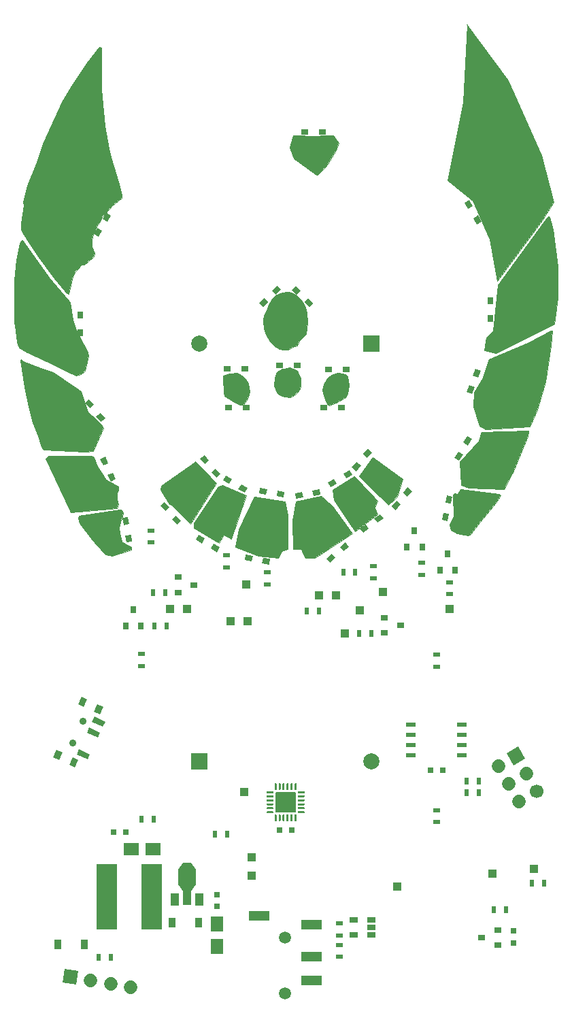
<source format=gbr>
G04 #@! TF.GenerationSoftware,KiCad,Pcbnew,5.1.5*
G04 #@! TF.CreationDate,2019-12-22T23:03:36+01:00*
G04 #@! TF.ProjectId,hh2020v1,68683230-3230-4763-912e-6b696361645f,rev?*
G04 #@! TF.SameCoordinates,Original*
G04 #@! TF.FileFunction,Soldermask,Bot*
G04 #@! TF.FilePolarity,Negative*
%FSLAX46Y46*%
G04 Gerber Fmt 4.6, Leading zero omitted, Abs format (unit mm)*
G04 Created by KiCad (PCBNEW 5.1.5) date 2019-12-22 23:03:36*
%MOMM*%
%LPD*%
G04 APERTURE LIST*
%ADD10C,0.100000*%
%ADD11R,0.900000X0.800000*%
%ADD12R,0.900000X0.700000*%
%ADD13R,0.700000X0.900000*%
%ADD14C,1.700000*%
%ADD15C,1.700000*%
%ADD16C,0.900000*%
%ADD17C,2.000000*%
%ADD18R,2.000000X2.000000*%
%ADD19R,0.500000X0.900000*%
%ADD20R,1.000000X1.000000*%
%ADD21R,1.060000X0.650000*%
%ADD22R,1.500000X1.950000*%
%ADD23R,1.950000X1.500000*%
%ADD24R,0.750000X0.800000*%
%ADD25R,0.800000X0.750000*%
%ADD26R,0.900000X1.200000*%
%ADD27R,0.900000X0.500000*%
%ADD28R,0.800000X0.900000*%
%ADD29C,1.500000*%
%ADD30R,2.500000X1.200000*%
%ADD31R,1.000000X1.500000*%
%ADD32R,1.000000X1.800000*%
%ADD33R,2.200000X1.840000*%
%ADD34R,1.143000X0.508000*%
%ADD35R,2.600000X8.200000*%
G04 APERTURE END LIST*
D10*
G36*
X75813920Y-55765700D02*
G01*
X75420220Y-56692800D01*
X74391520Y-58356500D01*
X73858120Y-59055000D01*
X73172320Y-59715400D01*
X73019920Y-59715400D01*
X70213220Y-57683400D01*
X69705220Y-56362600D01*
X69971920Y-55435500D01*
X70137020Y-54838600D01*
X70505320Y-54813200D01*
X72613520Y-54851300D01*
X74251820Y-54825900D01*
X75102720Y-54787800D01*
X75813920Y-55765700D01*
G37*
X75813920Y-55765700D02*
X75420220Y-56692800D01*
X74391520Y-58356500D01*
X73858120Y-59055000D01*
X73172320Y-59715400D01*
X73019920Y-59715400D01*
X70213220Y-57683400D01*
X69705220Y-56362600D01*
X69971920Y-55435500D01*
X70137020Y-54838600D01*
X70505320Y-54813200D01*
X72613520Y-54851300D01*
X74251820Y-54825900D01*
X75102720Y-54787800D01*
X75813920Y-55765700D01*
G36*
X91749974Y-41060200D02*
G01*
X96845120Y-47917100D01*
X100998020Y-57277000D01*
X102509320Y-63119000D01*
X101074220Y-65379600D01*
X95511620Y-72898000D01*
X94559120Y-67729100D01*
X92489020Y-62966600D01*
X89288620Y-60363100D01*
X91295220Y-50711100D01*
X91749974Y-41060200D01*
X91739720Y-41046400D01*
X91752420Y-41008300D01*
X91749974Y-41060200D01*
G37*
X91749974Y-41060200D02*
X96845120Y-47917100D01*
X100998020Y-57277000D01*
X102509320Y-63119000D01*
X101074220Y-65379600D01*
X95511620Y-72898000D01*
X94559120Y-67729100D01*
X92489020Y-62966600D01*
X89288620Y-60363100D01*
X91295220Y-50711100D01*
X91749974Y-41060200D01*
X91739720Y-41046400D01*
X91752420Y-41008300D01*
X91749974Y-41060200D01*
G36*
X102052120Y-64985900D02*
G01*
X102483920Y-66471800D01*
X103068120Y-71094600D01*
X103030020Y-75018900D01*
X102636320Y-78270100D01*
X95321120Y-81927700D01*
X93873320Y-81597500D01*
X94140020Y-79971900D01*
X95003620Y-79108300D01*
X95562420Y-73418700D01*
X101264720Y-65684400D01*
X101861620Y-64884300D01*
X101887020Y-64884300D01*
X102052120Y-64985900D01*
G37*
X102052120Y-64985900D02*
X102483920Y-66471800D01*
X103068120Y-71094600D01*
X103030020Y-75018900D01*
X102636320Y-78270100D01*
X95321120Y-81927700D01*
X93873320Y-81597500D01*
X94140020Y-79971900D01*
X95003620Y-79108300D01*
X95562420Y-73418700D01*
X101264720Y-65684400D01*
X101861620Y-64884300D01*
X101887020Y-64884300D01*
X102052120Y-64985900D01*
G36*
X102344220Y-79133700D02*
G01*
X102166420Y-80949800D01*
X101531420Y-85458300D01*
X100502720Y-88963500D01*
X99601020Y-91046300D01*
X94076520Y-91363800D01*
X93314520Y-90944700D01*
X92514420Y-88582500D01*
X92654120Y-86829900D01*
X93606620Y-85128100D01*
X94495620Y-82677000D01*
X99308920Y-80670400D01*
X102217220Y-79108300D01*
X102268020Y-79108300D01*
X102344220Y-79133700D01*
G37*
X102344220Y-79133700D02*
X102166420Y-80949800D01*
X101531420Y-85458300D01*
X100502720Y-88963500D01*
X99601020Y-91046300D01*
X94076520Y-91363800D01*
X93314520Y-90944700D01*
X92514420Y-88582500D01*
X92654120Y-86829900D01*
X93606620Y-85128100D01*
X94495620Y-82677000D01*
X99308920Y-80670400D01*
X102217220Y-79108300D01*
X102268020Y-79108300D01*
X102344220Y-79133700D01*
G36*
X99435920Y-91541600D02*
G01*
X99347020Y-92214700D01*
X97530920Y-96520000D01*
X96337120Y-98793300D01*
X91968320Y-98691700D01*
X91015820Y-98361500D01*
X90863420Y-95415100D01*
X93225620Y-92824300D01*
X93416120Y-92252800D01*
X93555820Y-91694000D01*
X99372420Y-91516200D01*
X99435920Y-91541600D01*
G37*
X99435920Y-91541600D02*
X99347020Y-92214700D01*
X97530920Y-96520000D01*
X96337120Y-98793300D01*
X91968320Y-98691700D01*
X91015820Y-98361500D01*
X90863420Y-95415100D01*
X93225620Y-92824300D01*
X93416120Y-92252800D01*
X93555820Y-91694000D01*
X99372420Y-91516200D01*
X99435920Y-91541600D01*
G36*
X95727520Y-99415600D02*
G01*
X95752920Y-99415600D01*
X95905320Y-99555300D01*
X95308420Y-100520500D01*
X93301820Y-102984300D01*
X92235020Y-104419400D01*
X91854020Y-104571800D01*
X90533220Y-104317800D01*
X89771220Y-103886000D01*
X89593420Y-103200200D01*
X90126820Y-102209600D01*
X90012520Y-99479100D01*
X90177620Y-99364800D01*
X90609420Y-99415600D01*
X90926920Y-98793300D01*
X95727520Y-99415600D01*
G37*
X95727520Y-99415600D02*
X95752920Y-99415600D01*
X95905320Y-99555300D01*
X95308420Y-100520500D01*
X93301820Y-102984300D01*
X92235020Y-104419400D01*
X91854020Y-104571800D01*
X90533220Y-104317800D01*
X89771220Y-103886000D01*
X89593420Y-103200200D01*
X90126820Y-102209600D01*
X90012520Y-99479100D01*
X90177620Y-99364800D01*
X90609420Y-99415600D01*
X90926920Y-98793300D01*
X95727520Y-99415600D01*
G36*
X70124320Y-83832700D02*
G01*
X70594220Y-84124800D01*
X71000620Y-85039200D01*
X71026020Y-85928200D01*
X70924420Y-86385400D01*
X70454520Y-86982300D01*
X69781420Y-87376000D01*
X69032120Y-87287100D01*
X68333620Y-87071200D01*
X68041520Y-86791800D01*
X67749420Y-85966300D01*
X67812920Y-85064600D01*
X68117720Y-84289900D01*
X68740020Y-83858100D01*
X69476620Y-83731100D01*
X69502020Y-83718400D01*
X69654420Y-83693000D01*
X70124320Y-83832700D01*
G37*
X70124320Y-83832700D02*
X70594220Y-84124800D01*
X71000620Y-85039200D01*
X71026020Y-85928200D01*
X70924420Y-86385400D01*
X70454520Y-86982300D01*
X69781420Y-87376000D01*
X69032120Y-87287100D01*
X68333620Y-87071200D01*
X68041520Y-86791800D01*
X67749420Y-85966300D01*
X67812920Y-85064600D01*
X68117720Y-84289900D01*
X68740020Y-83858100D01*
X69476620Y-83731100D01*
X69502020Y-83718400D01*
X69654420Y-83693000D01*
X70124320Y-83832700D01*
G36*
X63596520Y-84594700D02*
G01*
X63609220Y-84632800D01*
X64015620Y-84924900D01*
X64409320Y-85458300D01*
X64637920Y-86131400D01*
X64676020Y-86690200D01*
X64409320Y-87591900D01*
X63939420Y-88341200D01*
X63482220Y-88328500D01*
X62936120Y-88087200D01*
X61564520Y-87249000D01*
X61488320Y-86829900D01*
X61412120Y-85064600D01*
X61424820Y-84658200D01*
X62250320Y-84416900D01*
X63190120Y-84366100D01*
X63596520Y-84594700D01*
G37*
X63596520Y-84594700D02*
X63609220Y-84632800D01*
X64015620Y-84924900D01*
X64409320Y-85458300D01*
X64637920Y-86131400D01*
X64676020Y-86690200D01*
X64409320Y-87591900D01*
X63939420Y-88341200D01*
X63482220Y-88328500D01*
X62936120Y-88087200D01*
X61564520Y-87249000D01*
X61488320Y-86829900D01*
X61412120Y-85064600D01*
X61424820Y-84658200D01*
X62250320Y-84416900D01*
X63190120Y-84366100D01*
X63596520Y-84594700D01*
G36*
X76182220Y-84429600D02*
G01*
X76639420Y-84543900D01*
X76880720Y-84759800D01*
X76982320Y-85344000D01*
X77033120Y-85902800D01*
X76893420Y-86893400D01*
X76639420Y-87401400D01*
X75483720Y-88061800D01*
X74607420Y-88417400D01*
X74366120Y-88252300D01*
X74099420Y-87693500D01*
X73807320Y-86918800D01*
X73756520Y-86461600D01*
X73807320Y-86106000D01*
X73972420Y-85661500D01*
X74429620Y-84963000D01*
X74912220Y-84620100D01*
X75394820Y-84416900D01*
X75432920Y-84404200D01*
X75496420Y-84366100D01*
X75813920Y-84366100D01*
X76182220Y-84429600D01*
G37*
X76182220Y-84429600D02*
X76639420Y-84543900D01*
X76880720Y-84759800D01*
X76982320Y-85344000D01*
X77033120Y-85902800D01*
X76893420Y-86893400D01*
X76639420Y-87401400D01*
X75483720Y-88061800D01*
X74607420Y-88417400D01*
X74366120Y-88252300D01*
X74099420Y-87693500D01*
X73807320Y-86918800D01*
X73756520Y-86461600D01*
X73807320Y-86106000D01*
X73972420Y-85661500D01*
X74429620Y-84963000D01*
X74912220Y-84620100D01*
X75394820Y-84416900D01*
X75432920Y-84404200D01*
X75496420Y-84366100D01*
X75813920Y-84366100D01*
X76182220Y-84429600D01*
G36*
X46197520Y-43865800D02*
G01*
X46222920Y-43903900D01*
X46197520Y-49072800D01*
X46642020Y-53619400D01*
X47124620Y-56388000D01*
X47442120Y-57480200D01*
X48369220Y-60553600D01*
X48788320Y-62280800D01*
X48762920Y-62560200D01*
X47581820Y-63538100D01*
X47175420Y-63995300D01*
X46324520Y-64960500D01*
X45956220Y-65646300D01*
X45600620Y-66128900D01*
X45295820Y-66802000D01*
X45079920Y-67792600D01*
X45079920Y-68630800D01*
X45346620Y-69443600D01*
X45321220Y-69900800D01*
X44102020Y-70929500D01*
X43784520Y-70916800D01*
X42946320Y-71793100D01*
X42654220Y-72351900D01*
X42184320Y-74549000D01*
X41930320Y-74460100D01*
X40279320Y-72504300D01*
X38374320Y-69837300D01*
X36609020Y-67208400D01*
X36215320Y-66484500D01*
X36202620Y-65735200D01*
X36545520Y-63563500D01*
X36469320Y-63131700D01*
X37015420Y-61087000D01*
X38094920Y-58381900D01*
X39072820Y-55689500D01*
X40355520Y-52666900D01*
X41282620Y-50673000D01*
X42552620Y-48539400D01*
X44470320Y-45783500D01*
X45981620Y-43840400D01*
X46197520Y-43865800D01*
G37*
X46197520Y-43865800D02*
X46222920Y-43903900D01*
X46197520Y-49072800D01*
X46642020Y-53619400D01*
X47124620Y-56388000D01*
X47442120Y-57480200D01*
X48369220Y-60553600D01*
X48788320Y-62280800D01*
X48762920Y-62560200D01*
X47581820Y-63538100D01*
X47175420Y-63995300D01*
X46324520Y-64960500D01*
X45956220Y-65646300D01*
X45600620Y-66128900D01*
X45295820Y-66802000D01*
X45079920Y-67792600D01*
X45079920Y-68630800D01*
X45346620Y-69443600D01*
X45321220Y-69900800D01*
X44102020Y-70929500D01*
X43784520Y-70916800D01*
X42946320Y-71793100D01*
X42654220Y-72351900D01*
X42184320Y-74549000D01*
X41930320Y-74460100D01*
X40279320Y-72504300D01*
X38374320Y-69837300D01*
X36609020Y-67208400D01*
X36215320Y-66484500D01*
X36202620Y-65735200D01*
X36545520Y-63563500D01*
X36469320Y-63131700D01*
X37015420Y-61087000D01*
X38094920Y-58381900D01*
X39072820Y-55689500D01*
X40355520Y-52666900D01*
X41282620Y-50673000D01*
X42552620Y-48539400D01*
X44470320Y-45783500D01*
X45981620Y-43840400D01*
X46197520Y-43865800D01*
G36*
X36443920Y-67868800D02*
G01*
X39834820Y-72567800D01*
X42311320Y-75565000D01*
X42654220Y-77774800D01*
X43073320Y-79044800D01*
X44127420Y-80962500D01*
X44571920Y-81826100D01*
X44635420Y-82232500D01*
X44165520Y-84112100D01*
X43721020Y-84531200D01*
X43086020Y-84683600D01*
X42514520Y-84429600D01*
X40444420Y-83451700D01*
X36837620Y-81762600D01*
X35974020Y-81229200D01*
X35720020Y-80568800D01*
X35567620Y-79133700D01*
X35427920Y-78016100D01*
X35364420Y-74637900D01*
X35415220Y-72872600D01*
X35681920Y-70269100D01*
X36062920Y-68249800D01*
X36291520Y-67830700D01*
X36405820Y-67830700D01*
X36443920Y-67868800D01*
G37*
X36443920Y-67868800D02*
X39834820Y-72567800D01*
X42311320Y-75565000D01*
X42654220Y-77774800D01*
X43073320Y-79044800D01*
X44127420Y-80962500D01*
X44571920Y-81826100D01*
X44635420Y-82232500D01*
X44165520Y-84112100D01*
X43721020Y-84531200D01*
X43086020Y-84683600D01*
X42514520Y-84429600D01*
X40444420Y-83451700D01*
X36837620Y-81762600D01*
X35974020Y-81229200D01*
X35720020Y-80568800D01*
X35567620Y-79133700D01*
X35427920Y-78016100D01*
X35364420Y-74637900D01*
X35415220Y-72872600D01*
X35681920Y-70269100D01*
X36062920Y-68249800D01*
X36291520Y-67830700D01*
X36405820Y-67830700D01*
X36443920Y-67868800D01*
G36*
X36526470Y-82950050D02*
G01*
X38698170Y-83724750D01*
X40228520Y-84302600D01*
X43682920Y-86677500D01*
X44508420Y-89217500D01*
X46273720Y-90792300D01*
X46464220Y-91211400D01*
X45181520Y-94056200D01*
X44216320Y-94208600D01*
X39009320Y-93929200D01*
X38755320Y-93548200D01*
X38336220Y-92265500D01*
X37650420Y-90538300D01*
X37066220Y-88201500D01*
X36647120Y-86156800D01*
X36291520Y-83972400D01*
X36139120Y-82867500D01*
X36215320Y-82638900D01*
X36526470Y-82950050D01*
G37*
X36526470Y-82950050D02*
X38698170Y-83724750D01*
X40228520Y-84302600D01*
X43682920Y-86677500D01*
X44508420Y-89217500D01*
X46273720Y-90792300D01*
X46464220Y-91211400D01*
X45181520Y-94056200D01*
X44216320Y-94208600D01*
X39009320Y-93929200D01*
X38755320Y-93548200D01*
X38336220Y-92265500D01*
X37650420Y-90538300D01*
X37066220Y-88201500D01*
X36647120Y-86156800D01*
X36291520Y-83972400D01*
X36139120Y-82867500D01*
X36215320Y-82638900D01*
X36526470Y-82950050D01*
G36*
X44991020Y-94678500D02*
G01*
X45321220Y-94869000D01*
X45727620Y-95986600D01*
X46832520Y-97624900D01*
X47797720Y-98196400D01*
X48343820Y-98475800D01*
X48356520Y-98920300D01*
X48204120Y-99288600D01*
X48178720Y-100076000D01*
X48343820Y-100698300D01*
X48178720Y-101219000D01*
X42412920Y-101752400D01*
X39276020Y-94983300D01*
X39606220Y-94653100D01*
X44965620Y-94653100D01*
X44991020Y-94678500D01*
G37*
X44991020Y-94678500D02*
X45321220Y-94869000D01*
X45727620Y-95986600D01*
X46832520Y-97624900D01*
X47797720Y-98196400D01*
X48343820Y-98475800D01*
X48356520Y-98920300D01*
X48204120Y-99288600D01*
X48178720Y-100076000D01*
X48343820Y-100698300D01*
X48178720Y-101219000D01*
X42412920Y-101752400D01*
X39276020Y-94983300D01*
X39606220Y-94653100D01*
X44965620Y-94653100D01*
X44991020Y-94678500D01*
G36*
X48978820Y-101739700D02*
G01*
X48889920Y-102285800D01*
X48572420Y-102895400D01*
X48470820Y-103555800D01*
X48508920Y-104254300D01*
X48801020Y-105346500D01*
X49486820Y-105810050D01*
X49956720Y-106057700D01*
X49918620Y-106387900D01*
X47581820Y-107162600D01*
X46769020Y-106946700D01*
X45118020Y-105219500D01*
X43492420Y-103073200D01*
X43314620Y-102463600D01*
X43416220Y-102146100D01*
X48559720Y-101358700D01*
X48661320Y-101346000D01*
X48978820Y-101739700D01*
G37*
X48978820Y-101739700D02*
X48889920Y-102285800D01*
X48572420Y-102895400D01*
X48470820Y-103555800D01*
X48508920Y-104254300D01*
X48801020Y-105346500D01*
X49486820Y-105810050D01*
X49956720Y-106057700D01*
X49918620Y-106387900D01*
X47581820Y-107162600D01*
X46769020Y-106946700D01*
X45118020Y-105219500D01*
X43492420Y-103073200D01*
X43314620Y-102463600D01*
X43416220Y-102146100D01*
X48559720Y-101358700D01*
X48661320Y-101346000D01*
X48978820Y-101739700D01*
G36*
X79996117Y-94830394D02*
G01*
X83713320Y-97561400D01*
X83078320Y-99758500D01*
X81935320Y-100787200D01*
X78290420Y-97193100D01*
X79996117Y-94830394D01*
X79979520Y-94818200D01*
X80004920Y-94818200D01*
X79996117Y-94830394D01*
G37*
X79996117Y-94830394D02*
X83713320Y-97561400D01*
X83078320Y-99758500D01*
X81935320Y-100787200D01*
X78290420Y-97193100D01*
X79996117Y-94830394D01*
X79979520Y-94818200D01*
X80004920Y-94818200D01*
X79996117Y-94830394D01*
G36*
X80614520Y-100241100D02*
G01*
X80284320Y-101079300D01*
X80627220Y-101968300D01*
X77795120Y-104051100D01*
X75229720Y-100177600D01*
X74988420Y-98882200D01*
X77769720Y-97256600D01*
X77769720Y-97218500D01*
X80614520Y-100241100D01*
G37*
X80614520Y-100241100D02*
X80284320Y-101079300D01*
X80627220Y-101968300D01*
X77795120Y-104051100D01*
X75229720Y-100177600D01*
X74988420Y-98882200D01*
X77769720Y-97256600D01*
X77769720Y-97218500D01*
X80614520Y-100241100D01*
G36*
X73664445Y-99680713D02*
G01*
X73605632Y-99692971D01*
X75026520Y-100926900D01*
X77439520Y-104343200D01*
X72791320Y-107378500D01*
X71648320Y-107378500D01*
X71191120Y-106553000D01*
X71107300Y-106289475D01*
X70116700Y-106257725D01*
X70029070Y-102714425D01*
X70419595Y-100356988D01*
X73605632Y-99692971D01*
X73578720Y-99669600D01*
X73664445Y-99680713D01*
G37*
X73664445Y-99680713D02*
X73605632Y-99692971D01*
X75026520Y-100926900D01*
X77439520Y-104343200D01*
X72791320Y-107378500D01*
X71648320Y-107378500D01*
X71191120Y-106553000D01*
X71107300Y-106289475D01*
X70116700Y-106257725D01*
X70029070Y-102714425D01*
X70419595Y-100356988D01*
X73605632Y-99692971D01*
X73578720Y-99669600D01*
X73664445Y-99680713D01*
G36*
X69070220Y-100393500D02*
G01*
X69070220Y-100368100D01*
X69451220Y-102044500D01*
X69413120Y-106311700D01*
X68676520Y-106527600D01*
X68232020Y-107403900D01*
X65831720Y-107162600D01*
X62948820Y-106019600D01*
X63304420Y-103809800D01*
X65272920Y-99796600D01*
X69070220Y-100393500D01*
G37*
X69070220Y-100393500D02*
X69070220Y-100368100D01*
X69451220Y-102044500D01*
X69413120Y-106311700D01*
X68676520Y-106527600D01*
X68232020Y-107403900D01*
X65831720Y-107162600D01*
X62948820Y-106019600D01*
X63304420Y-103809800D01*
X65272920Y-99796600D01*
X69070220Y-100393500D01*
G36*
X61297820Y-98361500D02*
G01*
X64295020Y-99618800D01*
X62393195Y-104990900D01*
X61513720Y-104508300D01*
X60923170Y-105511600D01*
X57741820Y-103670100D01*
X57741820Y-103085900D01*
X60815220Y-98488500D01*
X61374020Y-98336100D01*
X61297820Y-98361500D01*
G37*
X61297820Y-98361500D02*
X64295020Y-99618800D01*
X62393195Y-104990900D01*
X61513720Y-104508300D01*
X60923170Y-105511600D01*
X57741820Y-103670100D01*
X57741820Y-103085900D01*
X60815220Y-98488500D01*
X61374020Y-98336100D01*
X61297820Y-98361500D01*
G36*
X60510420Y-98056700D02*
G01*
X57284620Y-103136700D01*
X54922420Y-100749100D01*
X54681120Y-100723700D01*
X53576220Y-98958400D01*
X53715920Y-98450400D01*
X57906920Y-95453200D01*
X57881520Y-95402400D01*
X60510420Y-98056700D01*
G37*
X60510420Y-98056700D02*
X57284620Y-103136700D01*
X54922420Y-100749100D01*
X54681120Y-100723700D01*
X53576220Y-98958400D01*
X53715920Y-98450400D01*
X57906920Y-95453200D01*
X57881520Y-95402400D01*
X60510420Y-98056700D01*
G36*
X70098920Y-74422000D02*
G01*
X70505320Y-74676000D01*
X71102220Y-75272900D01*
X71534020Y-75996800D01*
X71788020Y-76796900D01*
X71927720Y-78066900D01*
X71724520Y-79565500D01*
X70886320Y-80416400D01*
X70619620Y-80987900D01*
X70010020Y-81165700D01*
X69527420Y-81445100D01*
X68841620Y-81470500D01*
X68397120Y-81368900D01*
X67825620Y-81064100D01*
X67228720Y-80467200D01*
X66746120Y-79603600D01*
X66492120Y-78816200D01*
X66390520Y-77800200D01*
X66390520Y-77711300D01*
X66479420Y-77254100D01*
X66771520Y-76542900D01*
X67025520Y-75882500D01*
X67381120Y-75260200D01*
X67939920Y-74663300D01*
X68727320Y-74383900D01*
X69425820Y-74307700D01*
X69413120Y-74307700D01*
X69629020Y-74295000D01*
X70098920Y-74422000D01*
G37*
X70098920Y-74422000D02*
X70505320Y-74676000D01*
X71102220Y-75272900D01*
X71534020Y-75996800D01*
X71788020Y-76796900D01*
X71927720Y-78066900D01*
X71724520Y-79565500D01*
X70886320Y-80416400D01*
X70619620Y-80987900D01*
X70010020Y-81165700D01*
X69527420Y-81445100D01*
X68841620Y-81470500D01*
X68397120Y-81368900D01*
X67825620Y-81064100D01*
X67228720Y-80467200D01*
X66746120Y-79603600D01*
X66492120Y-78816200D01*
X66390520Y-77800200D01*
X66390520Y-77711300D01*
X66479420Y-77254100D01*
X66771520Y-76542900D01*
X67025520Y-75882500D01*
X67381120Y-75260200D01*
X67939920Y-74663300D01*
X68727320Y-74383900D01*
X69425820Y-74307700D01*
X69413120Y-74307700D01*
X69629020Y-74295000D01*
X70098920Y-74422000D01*
D11*
X95554040Y-153662340D03*
X95554040Y-155562340D03*
X93554040Y-154612340D03*
D10*
G36*
X78808986Y-104287047D02*
G01*
X78407483Y-103713640D01*
X79144720Y-103197421D01*
X79546223Y-103770828D01*
X78808986Y-104287047D01*
G37*
G36*
X80611120Y-103025179D02*
G01*
X80209617Y-102451772D01*
X80946854Y-101935553D01*
X81348357Y-102508960D01*
X80611120Y-103025179D01*
G37*
D12*
X73777020Y-54394100D03*
X71577020Y-54394100D03*
D10*
G36*
X57964381Y-105128609D02*
G01*
X58314381Y-104522391D01*
X59093803Y-104972391D01*
X58743803Y-105578609D01*
X57964381Y-105128609D01*
G37*
G36*
X59869637Y-106228609D02*
G01*
X60219637Y-105622391D01*
X60999059Y-106072391D01*
X60649059Y-106678609D01*
X59869637Y-106228609D01*
G37*
G36*
X91436311Y-63196261D02*
G01*
X92042529Y-62846261D01*
X92492529Y-63625683D01*
X91886311Y-63975683D01*
X91436311Y-63196261D01*
G37*
G36*
X92536311Y-65101517D02*
G01*
X93142529Y-64751517D01*
X93592529Y-65530939D01*
X92986311Y-65880939D01*
X92536311Y-65101517D01*
G37*
G36*
X72623522Y-75689628D02*
G01*
X72128548Y-76184602D01*
X71492152Y-75548206D01*
X71987126Y-75053232D01*
X72623522Y-75689628D01*
G37*
G36*
X71067888Y-74133994D02*
G01*
X70572914Y-74628968D01*
X69936518Y-73992572D01*
X70431492Y-73497598D01*
X71067888Y-74133994D01*
G37*
D12*
X64086920Y-83820000D03*
X61886920Y-83820000D03*
D10*
G36*
X61063656Y-96961693D02*
G01*
X60527425Y-97411645D01*
X59948916Y-96722205D01*
X60485147Y-96272253D01*
X61063656Y-96961693D01*
G37*
G36*
X59649524Y-95276395D02*
G01*
X59113293Y-95726347D01*
X58534784Y-95036907D01*
X59071015Y-94586955D01*
X59649524Y-95276395D01*
G37*
G36*
X79412325Y-93774155D02*
G01*
X79948556Y-94224107D01*
X79370047Y-94913547D01*
X78833816Y-94463595D01*
X79412325Y-93774155D01*
G37*
G36*
X77998193Y-95459453D02*
G01*
X78534424Y-95909405D01*
X77955915Y-96598845D01*
X77419684Y-96148893D01*
X77998193Y-95459453D01*
G37*
G36*
X82908915Y-101424845D02*
G01*
X82372684Y-100974893D01*
X82951193Y-100285453D01*
X83487424Y-100735405D01*
X82908915Y-101424845D01*
G37*
G36*
X84323047Y-99739547D02*
G01*
X83786816Y-99289595D01*
X84365325Y-98600155D01*
X84901556Y-99050107D01*
X84323047Y-99739547D01*
G37*
G36*
X92779159Y-83831269D02*
G01*
X93436943Y-84070683D01*
X93129125Y-84916407D01*
X92471341Y-84676993D01*
X92779159Y-83831269D01*
G37*
G36*
X92026715Y-85898593D02*
G01*
X92684499Y-86138007D01*
X92376681Y-86983731D01*
X91718897Y-86744317D01*
X92026715Y-85898593D01*
G37*
D12*
X70589320Y-83400900D03*
X68389320Y-83400900D03*
D10*
G36*
X53607184Y-100878907D02*
G01*
X54143415Y-100428955D01*
X54721924Y-101118395D01*
X54185693Y-101568347D01*
X53607184Y-100878907D01*
G37*
G36*
X55021316Y-102564205D02*
G01*
X55557547Y-102114253D01*
X56136056Y-102803693D01*
X55599825Y-103253645D01*
X55021316Y-102564205D01*
G37*
G36*
X77120959Y-96445191D02*
G01*
X77470959Y-97051409D01*
X76691537Y-97501409D01*
X76341537Y-96895191D01*
X77120959Y-96445191D01*
G37*
G36*
X75215703Y-97545191D02*
G01*
X75565703Y-98151409D01*
X74786281Y-98601409D01*
X74436281Y-97995191D01*
X75215703Y-97545191D01*
G37*
D13*
X94686120Y-75366700D03*
X94686120Y-77566700D03*
D12*
X62090120Y-88709500D03*
X64290120Y-88709500D03*
X73901120Y-88709500D03*
X76101120Y-88709500D03*
D10*
G36*
X50075257Y-105351676D02*
G01*
X49385892Y-105473229D01*
X49229609Y-104586902D01*
X49918974Y-104465349D01*
X50075257Y-105351676D01*
G37*
G36*
X49693231Y-103185098D02*
G01*
X49003866Y-103306651D01*
X48847583Y-102420324D01*
X49536948Y-102298771D01*
X49693231Y-103185098D01*
G37*
G36*
X73393396Y-98814463D02*
G01*
X73514949Y-99503828D01*
X72628622Y-99660111D01*
X72507069Y-98970746D01*
X73393396Y-98814463D01*
G37*
G36*
X71226818Y-99196489D02*
G01*
X71348371Y-99885854D01*
X70462044Y-100042137D01*
X70340491Y-99352772D01*
X71226818Y-99196489D01*
G37*
G36*
X74678807Y-107982536D02*
G01*
X74228855Y-107446305D01*
X74918295Y-106867796D01*
X75368247Y-107404027D01*
X74678807Y-107982536D01*
G37*
G36*
X76364105Y-106568404D02*
G01*
X75914153Y-106032173D01*
X76603593Y-105453664D01*
X77053545Y-105989895D01*
X76364105Y-106568404D01*
G37*
G36*
X45878029Y-67443039D02*
G01*
X45271811Y-67093039D01*
X45721811Y-66313617D01*
X46328029Y-66663617D01*
X45878029Y-67443039D01*
G37*
G36*
X46978029Y-65537783D02*
G01*
X46371811Y-65187783D01*
X46821811Y-64408361D01*
X47428029Y-64758361D01*
X46978029Y-65537783D01*
G37*
G36*
X48046086Y-97599061D02*
G01*
X47411670Y-97894894D01*
X47031314Y-97079217D01*
X47665730Y-96783384D01*
X48046086Y-97599061D01*
G37*
G36*
X47116326Y-95605183D02*
G01*
X46481910Y-95901016D01*
X46101554Y-95085339D01*
X46735970Y-94789506D01*
X47116326Y-95605183D01*
G37*
G36*
X69044549Y-99187672D02*
G01*
X68922996Y-99877037D01*
X68036669Y-99720754D01*
X68158222Y-99031389D01*
X69044549Y-99187672D01*
G37*
G36*
X66877971Y-98805646D02*
G01*
X66756418Y-99495011D01*
X65870091Y-99338728D01*
X65991644Y-98649363D01*
X66877971Y-98805646D01*
G37*
G36*
X64071771Y-107657228D02*
G01*
X64193324Y-106967863D01*
X65079651Y-107124146D01*
X64958098Y-107813511D01*
X64071771Y-107657228D01*
G37*
G36*
X66238349Y-108039254D02*
G01*
X66359902Y-107349889D01*
X67246229Y-107506172D01*
X67124676Y-108195537D01*
X66238349Y-108039254D01*
G37*
G36*
X91754411Y-92246761D02*
G01*
X92360629Y-92596761D01*
X91910629Y-93376183D01*
X91304411Y-93026183D01*
X91754411Y-92246761D01*
G37*
G36*
X90654411Y-94152017D02*
G01*
X91260629Y-94502017D01*
X90810629Y-95281439D01*
X90204411Y-94931439D01*
X90654411Y-94152017D01*
G37*
D13*
X43619420Y-79382800D03*
X43619420Y-77182800D03*
D12*
X76672620Y-83972400D03*
X74472620Y-83972400D03*
D10*
G36*
X68089948Y-73484898D02*
G01*
X68584922Y-73979872D01*
X67948526Y-74616268D01*
X67453552Y-74121294D01*
X68089948Y-73484898D01*
G37*
G36*
X66534314Y-75040532D02*
G01*
X67029288Y-75535506D01*
X66392892Y-76171902D01*
X65897918Y-75676928D01*
X66534314Y-75040532D01*
G37*
G36*
X64415359Y-98680991D02*
G01*
X64065359Y-99287209D01*
X63285937Y-98837209D01*
X63635937Y-98230991D01*
X64415359Y-98680991D01*
G37*
G36*
X62510103Y-97580991D02*
G01*
X62160103Y-98187209D01*
X61380681Y-97737209D01*
X61730681Y-97130991D01*
X62510103Y-97580991D01*
G37*
G36*
X89213092Y-99619071D02*
G01*
X89902457Y-99740624D01*
X89746174Y-100626951D01*
X89056809Y-100505398D01*
X89213092Y-99619071D01*
G37*
G36*
X88831066Y-101785649D02*
G01*
X89520431Y-101907202D01*
X89364148Y-102793529D01*
X88674783Y-102671976D01*
X88831066Y-101785649D01*
G37*
G36*
X46712656Y-90002093D02*
G01*
X46176425Y-90452045D01*
X45597916Y-89762605D01*
X46134147Y-89312653D01*
X46712656Y-90002093D01*
G37*
G36*
X45298524Y-88316795D02*
G01*
X44762293Y-88766747D01*
X44183784Y-88077307D01*
X44720015Y-87627355D01*
X45298524Y-88316795D01*
G37*
D14*
X95648715Y-133281291D02*
X95648715Y-133281291D01*
D10*
G36*
X98159542Y-130850169D02*
G01*
X99009542Y-132322413D01*
X97537298Y-133172413D01*
X96687298Y-131700169D01*
X98159542Y-130850169D01*
G37*
D14*
X96918715Y-135480995D02*
X96918715Y-135480995D01*
X99118420Y-134210995D02*
X99118420Y-134210995D01*
X98188715Y-137680700D02*
X98188715Y-137680700D01*
D15*
X100388420Y-136410700D03*
D16*
X42715011Y-130414398D03*
X43982866Y-127695474D03*
D10*
G36*
X44524963Y-132472108D02*
G01*
X43165502Y-131838181D01*
X43461335Y-131203766D01*
X44820796Y-131837693D01*
X44524963Y-132472108D01*
G37*
G36*
X45792818Y-129753184D02*
G01*
X44433357Y-129119257D01*
X44729190Y-128484842D01*
X46088651Y-129118769D01*
X45792818Y-129753184D01*
G37*
G36*
X46426745Y-128393723D02*
G01*
X45067284Y-127759796D01*
X45363117Y-127125381D01*
X46722578Y-127759308D01*
X46426745Y-128393723D01*
G37*
G36*
X40960657Y-132520280D02*
G01*
X40235611Y-132182186D01*
X40658229Y-131275878D01*
X41383275Y-131613972D01*
X40960657Y-132520280D01*
G37*
G36*
X44045771Y-125904233D02*
G01*
X43320725Y-125566139D01*
X43743343Y-124659831D01*
X44468389Y-124997925D01*
X44045771Y-125904233D01*
G37*
G36*
X46048711Y-126838220D02*
G01*
X45323665Y-126500126D01*
X45746283Y-125593818D01*
X46471329Y-125931912D01*
X46048711Y-126838220D01*
G37*
G36*
X42963597Y-133454267D02*
G01*
X42238551Y-133116173D01*
X42661169Y-132209865D01*
X43386215Y-132547959D01*
X42963597Y-133454267D01*
G37*
D17*
X79808520Y-132694100D03*
D18*
X79808520Y-80704100D03*
D17*
X58408520Y-80714100D03*
D18*
X58408520Y-132704100D03*
D11*
X81481420Y-116710500D03*
X81481420Y-114810500D03*
X83481420Y-115760500D03*
D19*
X78328520Y-116789200D03*
X79828520Y-116789200D03*
D20*
X83022440Y-148272500D03*
X100108520Y-146104100D03*
X94876620Y-146646900D03*
X64008520Y-136504100D03*
X64930020Y-144678400D03*
X64930020Y-146964400D03*
X64396620Y-115227100D03*
X56878220Y-113753900D03*
X62301120Y-115227100D03*
X75420220Y-112014000D03*
X54744620Y-113766600D03*
X78430120Y-113906300D03*
X76537820Y-116789200D03*
X89608520Y-113704100D03*
X64295020Y-110680500D03*
X73312020Y-112014000D03*
X81308520Y-111604100D03*
D19*
X91739020Y-135115300D03*
X93239020Y-135115300D03*
D21*
X79852520Y-152415200D03*
X79852520Y-153365200D03*
X79852520Y-154315200D03*
X77652520Y-154315200D03*
X77652520Y-152415200D03*
D10*
G36*
X70244024Y-136491124D02*
G01*
X70268293Y-136494724D01*
X70292091Y-136500685D01*
X70315191Y-136508950D01*
X70337369Y-136519440D01*
X70358413Y-136532053D01*
X70378118Y-136546667D01*
X70396297Y-136563143D01*
X70412773Y-136581322D01*
X70427387Y-136601027D01*
X70440000Y-136622071D01*
X70450490Y-136644249D01*
X70458755Y-136667349D01*
X70464716Y-136691147D01*
X70468316Y-136715416D01*
X70469520Y-136739920D01*
X70469520Y-138839920D01*
X70468316Y-138864424D01*
X70464716Y-138888693D01*
X70458755Y-138912491D01*
X70450490Y-138935591D01*
X70440000Y-138957769D01*
X70427387Y-138978813D01*
X70412773Y-138998518D01*
X70396297Y-139016697D01*
X70378118Y-139033173D01*
X70358413Y-139047787D01*
X70337369Y-139060400D01*
X70315191Y-139070890D01*
X70292091Y-139079155D01*
X70268293Y-139085116D01*
X70244024Y-139088716D01*
X70219520Y-139089920D01*
X68119520Y-139089920D01*
X68095016Y-139088716D01*
X68070747Y-139085116D01*
X68046949Y-139079155D01*
X68023849Y-139070890D01*
X68001671Y-139060400D01*
X67980627Y-139047787D01*
X67960922Y-139033173D01*
X67942743Y-139016697D01*
X67926267Y-138998518D01*
X67911653Y-138978813D01*
X67899040Y-138957769D01*
X67888550Y-138935591D01*
X67880285Y-138912491D01*
X67874324Y-138888693D01*
X67870724Y-138864424D01*
X67869520Y-138839920D01*
X67869520Y-136739920D01*
X67870724Y-136715416D01*
X67874324Y-136691147D01*
X67880285Y-136667349D01*
X67888550Y-136644249D01*
X67899040Y-136622071D01*
X67911653Y-136601027D01*
X67926267Y-136581322D01*
X67942743Y-136563143D01*
X67960922Y-136546667D01*
X67980627Y-136532053D01*
X68001671Y-136519440D01*
X68023849Y-136508950D01*
X68046949Y-136500685D01*
X68070747Y-136494724D01*
X68095016Y-136491124D01*
X68119520Y-136489920D01*
X70219520Y-136489920D01*
X70244024Y-136491124D01*
G37*
G36*
X70488146Y-139315221D02*
G01*
X70494213Y-139316121D01*
X70500163Y-139317611D01*
X70505938Y-139319678D01*
X70511482Y-139322300D01*
X70516743Y-139325453D01*
X70521670Y-139329107D01*
X70526214Y-139333226D01*
X70530333Y-139337770D01*
X70533987Y-139342697D01*
X70537140Y-139347958D01*
X70539762Y-139353502D01*
X70541829Y-139359277D01*
X70543319Y-139365227D01*
X70544219Y-139371294D01*
X70544520Y-139377420D01*
X70544520Y-140077420D01*
X70544219Y-140083546D01*
X70543319Y-140089613D01*
X70541829Y-140095563D01*
X70539762Y-140101338D01*
X70537140Y-140106882D01*
X70533987Y-140112143D01*
X70530333Y-140117070D01*
X70526214Y-140121614D01*
X70521670Y-140125733D01*
X70516743Y-140129387D01*
X70511482Y-140132540D01*
X70505938Y-140135162D01*
X70500163Y-140137229D01*
X70494213Y-140138719D01*
X70488146Y-140139619D01*
X70482020Y-140139920D01*
X70357020Y-140139920D01*
X70350894Y-140139619D01*
X70344827Y-140138719D01*
X70338877Y-140137229D01*
X70333102Y-140135162D01*
X70327558Y-140132540D01*
X70322297Y-140129387D01*
X70317370Y-140125733D01*
X70312826Y-140121614D01*
X70308707Y-140117070D01*
X70305053Y-140112143D01*
X70301900Y-140106882D01*
X70299278Y-140101338D01*
X70297211Y-140095563D01*
X70295721Y-140089613D01*
X70294821Y-140083546D01*
X70294520Y-140077420D01*
X70294520Y-139377420D01*
X70294821Y-139371294D01*
X70295721Y-139365227D01*
X70297211Y-139359277D01*
X70299278Y-139353502D01*
X70301900Y-139347958D01*
X70305053Y-139342697D01*
X70308707Y-139337770D01*
X70312826Y-139333226D01*
X70317370Y-139329107D01*
X70322297Y-139325453D01*
X70327558Y-139322300D01*
X70333102Y-139319678D01*
X70338877Y-139317611D01*
X70344827Y-139316121D01*
X70350894Y-139315221D01*
X70357020Y-139314920D01*
X70482020Y-139314920D01*
X70488146Y-139315221D01*
G37*
G36*
X69988146Y-139315221D02*
G01*
X69994213Y-139316121D01*
X70000163Y-139317611D01*
X70005938Y-139319678D01*
X70011482Y-139322300D01*
X70016743Y-139325453D01*
X70021670Y-139329107D01*
X70026214Y-139333226D01*
X70030333Y-139337770D01*
X70033987Y-139342697D01*
X70037140Y-139347958D01*
X70039762Y-139353502D01*
X70041829Y-139359277D01*
X70043319Y-139365227D01*
X70044219Y-139371294D01*
X70044520Y-139377420D01*
X70044520Y-140077420D01*
X70044219Y-140083546D01*
X70043319Y-140089613D01*
X70041829Y-140095563D01*
X70039762Y-140101338D01*
X70037140Y-140106882D01*
X70033987Y-140112143D01*
X70030333Y-140117070D01*
X70026214Y-140121614D01*
X70021670Y-140125733D01*
X70016743Y-140129387D01*
X70011482Y-140132540D01*
X70005938Y-140135162D01*
X70000163Y-140137229D01*
X69994213Y-140138719D01*
X69988146Y-140139619D01*
X69982020Y-140139920D01*
X69857020Y-140139920D01*
X69850894Y-140139619D01*
X69844827Y-140138719D01*
X69838877Y-140137229D01*
X69833102Y-140135162D01*
X69827558Y-140132540D01*
X69822297Y-140129387D01*
X69817370Y-140125733D01*
X69812826Y-140121614D01*
X69808707Y-140117070D01*
X69805053Y-140112143D01*
X69801900Y-140106882D01*
X69799278Y-140101338D01*
X69797211Y-140095563D01*
X69795721Y-140089613D01*
X69794821Y-140083546D01*
X69794520Y-140077420D01*
X69794520Y-139377420D01*
X69794821Y-139371294D01*
X69795721Y-139365227D01*
X69797211Y-139359277D01*
X69799278Y-139353502D01*
X69801900Y-139347958D01*
X69805053Y-139342697D01*
X69808707Y-139337770D01*
X69812826Y-139333226D01*
X69817370Y-139329107D01*
X69822297Y-139325453D01*
X69827558Y-139322300D01*
X69833102Y-139319678D01*
X69838877Y-139317611D01*
X69844827Y-139316121D01*
X69850894Y-139315221D01*
X69857020Y-139314920D01*
X69982020Y-139314920D01*
X69988146Y-139315221D01*
G37*
G36*
X69488146Y-139315221D02*
G01*
X69494213Y-139316121D01*
X69500163Y-139317611D01*
X69505938Y-139319678D01*
X69511482Y-139322300D01*
X69516743Y-139325453D01*
X69521670Y-139329107D01*
X69526214Y-139333226D01*
X69530333Y-139337770D01*
X69533987Y-139342697D01*
X69537140Y-139347958D01*
X69539762Y-139353502D01*
X69541829Y-139359277D01*
X69543319Y-139365227D01*
X69544219Y-139371294D01*
X69544520Y-139377420D01*
X69544520Y-140077420D01*
X69544219Y-140083546D01*
X69543319Y-140089613D01*
X69541829Y-140095563D01*
X69539762Y-140101338D01*
X69537140Y-140106882D01*
X69533987Y-140112143D01*
X69530333Y-140117070D01*
X69526214Y-140121614D01*
X69521670Y-140125733D01*
X69516743Y-140129387D01*
X69511482Y-140132540D01*
X69505938Y-140135162D01*
X69500163Y-140137229D01*
X69494213Y-140138719D01*
X69488146Y-140139619D01*
X69482020Y-140139920D01*
X69357020Y-140139920D01*
X69350894Y-140139619D01*
X69344827Y-140138719D01*
X69338877Y-140137229D01*
X69333102Y-140135162D01*
X69327558Y-140132540D01*
X69322297Y-140129387D01*
X69317370Y-140125733D01*
X69312826Y-140121614D01*
X69308707Y-140117070D01*
X69305053Y-140112143D01*
X69301900Y-140106882D01*
X69299278Y-140101338D01*
X69297211Y-140095563D01*
X69295721Y-140089613D01*
X69294821Y-140083546D01*
X69294520Y-140077420D01*
X69294520Y-139377420D01*
X69294821Y-139371294D01*
X69295721Y-139365227D01*
X69297211Y-139359277D01*
X69299278Y-139353502D01*
X69301900Y-139347958D01*
X69305053Y-139342697D01*
X69308707Y-139337770D01*
X69312826Y-139333226D01*
X69317370Y-139329107D01*
X69322297Y-139325453D01*
X69327558Y-139322300D01*
X69333102Y-139319678D01*
X69338877Y-139317611D01*
X69344827Y-139316121D01*
X69350894Y-139315221D01*
X69357020Y-139314920D01*
X69482020Y-139314920D01*
X69488146Y-139315221D01*
G37*
G36*
X68988146Y-139315221D02*
G01*
X68994213Y-139316121D01*
X69000163Y-139317611D01*
X69005938Y-139319678D01*
X69011482Y-139322300D01*
X69016743Y-139325453D01*
X69021670Y-139329107D01*
X69026214Y-139333226D01*
X69030333Y-139337770D01*
X69033987Y-139342697D01*
X69037140Y-139347958D01*
X69039762Y-139353502D01*
X69041829Y-139359277D01*
X69043319Y-139365227D01*
X69044219Y-139371294D01*
X69044520Y-139377420D01*
X69044520Y-140077420D01*
X69044219Y-140083546D01*
X69043319Y-140089613D01*
X69041829Y-140095563D01*
X69039762Y-140101338D01*
X69037140Y-140106882D01*
X69033987Y-140112143D01*
X69030333Y-140117070D01*
X69026214Y-140121614D01*
X69021670Y-140125733D01*
X69016743Y-140129387D01*
X69011482Y-140132540D01*
X69005938Y-140135162D01*
X69000163Y-140137229D01*
X68994213Y-140138719D01*
X68988146Y-140139619D01*
X68982020Y-140139920D01*
X68857020Y-140139920D01*
X68850894Y-140139619D01*
X68844827Y-140138719D01*
X68838877Y-140137229D01*
X68833102Y-140135162D01*
X68827558Y-140132540D01*
X68822297Y-140129387D01*
X68817370Y-140125733D01*
X68812826Y-140121614D01*
X68808707Y-140117070D01*
X68805053Y-140112143D01*
X68801900Y-140106882D01*
X68799278Y-140101338D01*
X68797211Y-140095563D01*
X68795721Y-140089613D01*
X68794821Y-140083546D01*
X68794520Y-140077420D01*
X68794520Y-139377420D01*
X68794821Y-139371294D01*
X68795721Y-139365227D01*
X68797211Y-139359277D01*
X68799278Y-139353502D01*
X68801900Y-139347958D01*
X68805053Y-139342697D01*
X68808707Y-139337770D01*
X68812826Y-139333226D01*
X68817370Y-139329107D01*
X68822297Y-139325453D01*
X68827558Y-139322300D01*
X68833102Y-139319678D01*
X68838877Y-139317611D01*
X68844827Y-139316121D01*
X68850894Y-139315221D01*
X68857020Y-139314920D01*
X68982020Y-139314920D01*
X68988146Y-139315221D01*
G37*
G36*
X68488146Y-139315221D02*
G01*
X68494213Y-139316121D01*
X68500163Y-139317611D01*
X68505938Y-139319678D01*
X68511482Y-139322300D01*
X68516743Y-139325453D01*
X68521670Y-139329107D01*
X68526214Y-139333226D01*
X68530333Y-139337770D01*
X68533987Y-139342697D01*
X68537140Y-139347958D01*
X68539762Y-139353502D01*
X68541829Y-139359277D01*
X68543319Y-139365227D01*
X68544219Y-139371294D01*
X68544520Y-139377420D01*
X68544520Y-140077420D01*
X68544219Y-140083546D01*
X68543319Y-140089613D01*
X68541829Y-140095563D01*
X68539762Y-140101338D01*
X68537140Y-140106882D01*
X68533987Y-140112143D01*
X68530333Y-140117070D01*
X68526214Y-140121614D01*
X68521670Y-140125733D01*
X68516743Y-140129387D01*
X68511482Y-140132540D01*
X68505938Y-140135162D01*
X68500163Y-140137229D01*
X68494213Y-140138719D01*
X68488146Y-140139619D01*
X68482020Y-140139920D01*
X68357020Y-140139920D01*
X68350894Y-140139619D01*
X68344827Y-140138719D01*
X68338877Y-140137229D01*
X68333102Y-140135162D01*
X68327558Y-140132540D01*
X68322297Y-140129387D01*
X68317370Y-140125733D01*
X68312826Y-140121614D01*
X68308707Y-140117070D01*
X68305053Y-140112143D01*
X68301900Y-140106882D01*
X68299278Y-140101338D01*
X68297211Y-140095563D01*
X68295721Y-140089613D01*
X68294821Y-140083546D01*
X68294520Y-140077420D01*
X68294520Y-139377420D01*
X68294821Y-139371294D01*
X68295721Y-139365227D01*
X68297211Y-139359277D01*
X68299278Y-139353502D01*
X68301900Y-139347958D01*
X68305053Y-139342697D01*
X68308707Y-139337770D01*
X68312826Y-139333226D01*
X68317370Y-139329107D01*
X68322297Y-139325453D01*
X68327558Y-139322300D01*
X68333102Y-139319678D01*
X68338877Y-139317611D01*
X68344827Y-139316121D01*
X68350894Y-139315221D01*
X68357020Y-139314920D01*
X68482020Y-139314920D01*
X68488146Y-139315221D01*
G37*
G36*
X67988146Y-139315221D02*
G01*
X67994213Y-139316121D01*
X68000163Y-139317611D01*
X68005938Y-139319678D01*
X68011482Y-139322300D01*
X68016743Y-139325453D01*
X68021670Y-139329107D01*
X68026214Y-139333226D01*
X68030333Y-139337770D01*
X68033987Y-139342697D01*
X68037140Y-139347958D01*
X68039762Y-139353502D01*
X68041829Y-139359277D01*
X68043319Y-139365227D01*
X68044219Y-139371294D01*
X68044520Y-139377420D01*
X68044520Y-140077420D01*
X68044219Y-140083546D01*
X68043319Y-140089613D01*
X68041829Y-140095563D01*
X68039762Y-140101338D01*
X68037140Y-140106882D01*
X68033987Y-140112143D01*
X68030333Y-140117070D01*
X68026214Y-140121614D01*
X68021670Y-140125733D01*
X68016743Y-140129387D01*
X68011482Y-140132540D01*
X68005938Y-140135162D01*
X68000163Y-140137229D01*
X67994213Y-140138719D01*
X67988146Y-140139619D01*
X67982020Y-140139920D01*
X67857020Y-140139920D01*
X67850894Y-140139619D01*
X67844827Y-140138719D01*
X67838877Y-140137229D01*
X67833102Y-140135162D01*
X67827558Y-140132540D01*
X67822297Y-140129387D01*
X67817370Y-140125733D01*
X67812826Y-140121614D01*
X67808707Y-140117070D01*
X67805053Y-140112143D01*
X67801900Y-140106882D01*
X67799278Y-140101338D01*
X67797211Y-140095563D01*
X67795721Y-140089613D01*
X67794821Y-140083546D01*
X67794520Y-140077420D01*
X67794520Y-139377420D01*
X67794821Y-139371294D01*
X67795721Y-139365227D01*
X67797211Y-139359277D01*
X67799278Y-139353502D01*
X67801900Y-139347958D01*
X67805053Y-139342697D01*
X67808707Y-139337770D01*
X67812826Y-139333226D01*
X67817370Y-139329107D01*
X67822297Y-139325453D01*
X67827558Y-139322300D01*
X67833102Y-139319678D01*
X67838877Y-139317611D01*
X67844827Y-139316121D01*
X67850894Y-139315221D01*
X67857020Y-139314920D01*
X67982020Y-139314920D01*
X67988146Y-139315221D01*
G37*
G36*
X67588146Y-138915221D02*
G01*
X67594213Y-138916121D01*
X67600163Y-138917611D01*
X67605938Y-138919678D01*
X67611482Y-138922300D01*
X67616743Y-138925453D01*
X67621670Y-138929107D01*
X67626214Y-138933226D01*
X67630333Y-138937770D01*
X67633987Y-138942697D01*
X67637140Y-138947958D01*
X67639762Y-138953502D01*
X67641829Y-138959277D01*
X67643319Y-138965227D01*
X67644219Y-138971294D01*
X67644520Y-138977420D01*
X67644520Y-139102420D01*
X67644219Y-139108546D01*
X67643319Y-139114613D01*
X67641829Y-139120563D01*
X67639762Y-139126338D01*
X67637140Y-139131882D01*
X67633987Y-139137143D01*
X67630333Y-139142070D01*
X67626214Y-139146614D01*
X67621670Y-139150733D01*
X67616743Y-139154387D01*
X67611482Y-139157540D01*
X67605938Y-139160162D01*
X67600163Y-139162229D01*
X67594213Y-139163719D01*
X67588146Y-139164619D01*
X67582020Y-139164920D01*
X66882020Y-139164920D01*
X66875894Y-139164619D01*
X66869827Y-139163719D01*
X66863877Y-139162229D01*
X66858102Y-139160162D01*
X66852558Y-139157540D01*
X66847297Y-139154387D01*
X66842370Y-139150733D01*
X66837826Y-139146614D01*
X66833707Y-139142070D01*
X66830053Y-139137143D01*
X66826900Y-139131882D01*
X66824278Y-139126338D01*
X66822211Y-139120563D01*
X66820721Y-139114613D01*
X66819821Y-139108546D01*
X66819520Y-139102420D01*
X66819520Y-138977420D01*
X66819821Y-138971294D01*
X66820721Y-138965227D01*
X66822211Y-138959277D01*
X66824278Y-138953502D01*
X66826900Y-138947958D01*
X66830053Y-138942697D01*
X66833707Y-138937770D01*
X66837826Y-138933226D01*
X66842370Y-138929107D01*
X66847297Y-138925453D01*
X66852558Y-138922300D01*
X66858102Y-138919678D01*
X66863877Y-138917611D01*
X66869827Y-138916121D01*
X66875894Y-138915221D01*
X66882020Y-138914920D01*
X67582020Y-138914920D01*
X67588146Y-138915221D01*
G37*
G36*
X67588146Y-138415221D02*
G01*
X67594213Y-138416121D01*
X67600163Y-138417611D01*
X67605938Y-138419678D01*
X67611482Y-138422300D01*
X67616743Y-138425453D01*
X67621670Y-138429107D01*
X67626214Y-138433226D01*
X67630333Y-138437770D01*
X67633987Y-138442697D01*
X67637140Y-138447958D01*
X67639762Y-138453502D01*
X67641829Y-138459277D01*
X67643319Y-138465227D01*
X67644219Y-138471294D01*
X67644520Y-138477420D01*
X67644520Y-138602420D01*
X67644219Y-138608546D01*
X67643319Y-138614613D01*
X67641829Y-138620563D01*
X67639762Y-138626338D01*
X67637140Y-138631882D01*
X67633987Y-138637143D01*
X67630333Y-138642070D01*
X67626214Y-138646614D01*
X67621670Y-138650733D01*
X67616743Y-138654387D01*
X67611482Y-138657540D01*
X67605938Y-138660162D01*
X67600163Y-138662229D01*
X67594213Y-138663719D01*
X67588146Y-138664619D01*
X67582020Y-138664920D01*
X66882020Y-138664920D01*
X66875894Y-138664619D01*
X66869827Y-138663719D01*
X66863877Y-138662229D01*
X66858102Y-138660162D01*
X66852558Y-138657540D01*
X66847297Y-138654387D01*
X66842370Y-138650733D01*
X66837826Y-138646614D01*
X66833707Y-138642070D01*
X66830053Y-138637143D01*
X66826900Y-138631882D01*
X66824278Y-138626338D01*
X66822211Y-138620563D01*
X66820721Y-138614613D01*
X66819821Y-138608546D01*
X66819520Y-138602420D01*
X66819520Y-138477420D01*
X66819821Y-138471294D01*
X66820721Y-138465227D01*
X66822211Y-138459277D01*
X66824278Y-138453502D01*
X66826900Y-138447958D01*
X66830053Y-138442697D01*
X66833707Y-138437770D01*
X66837826Y-138433226D01*
X66842370Y-138429107D01*
X66847297Y-138425453D01*
X66852558Y-138422300D01*
X66858102Y-138419678D01*
X66863877Y-138417611D01*
X66869827Y-138416121D01*
X66875894Y-138415221D01*
X66882020Y-138414920D01*
X67582020Y-138414920D01*
X67588146Y-138415221D01*
G37*
G36*
X67588146Y-137915221D02*
G01*
X67594213Y-137916121D01*
X67600163Y-137917611D01*
X67605938Y-137919678D01*
X67611482Y-137922300D01*
X67616743Y-137925453D01*
X67621670Y-137929107D01*
X67626214Y-137933226D01*
X67630333Y-137937770D01*
X67633987Y-137942697D01*
X67637140Y-137947958D01*
X67639762Y-137953502D01*
X67641829Y-137959277D01*
X67643319Y-137965227D01*
X67644219Y-137971294D01*
X67644520Y-137977420D01*
X67644520Y-138102420D01*
X67644219Y-138108546D01*
X67643319Y-138114613D01*
X67641829Y-138120563D01*
X67639762Y-138126338D01*
X67637140Y-138131882D01*
X67633987Y-138137143D01*
X67630333Y-138142070D01*
X67626214Y-138146614D01*
X67621670Y-138150733D01*
X67616743Y-138154387D01*
X67611482Y-138157540D01*
X67605938Y-138160162D01*
X67600163Y-138162229D01*
X67594213Y-138163719D01*
X67588146Y-138164619D01*
X67582020Y-138164920D01*
X66882020Y-138164920D01*
X66875894Y-138164619D01*
X66869827Y-138163719D01*
X66863877Y-138162229D01*
X66858102Y-138160162D01*
X66852558Y-138157540D01*
X66847297Y-138154387D01*
X66842370Y-138150733D01*
X66837826Y-138146614D01*
X66833707Y-138142070D01*
X66830053Y-138137143D01*
X66826900Y-138131882D01*
X66824278Y-138126338D01*
X66822211Y-138120563D01*
X66820721Y-138114613D01*
X66819821Y-138108546D01*
X66819520Y-138102420D01*
X66819520Y-137977420D01*
X66819821Y-137971294D01*
X66820721Y-137965227D01*
X66822211Y-137959277D01*
X66824278Y-137953502D01*
X66826900Y-137947958D01*
X66830053Y-137942697D01*
X66833707Y-137937770D01*
X66837826Y-137933226D01*
X66842370Y-137929107D01*
X66847297Y-137925453D01*
X66852558Y-137922300D01*
X66858102Y-137919678D01*
X66863877Y-137917611D01*
X66869827Y-137916121D01*
X66875894Y-137915221D01*
X66882020Y-137914920D01*
X67582020Y-137914920D01*
X67588146Y-137915221D01*
G37*
G36*
X67588146Y-137415221D02*
G01*
X67594213Y-137416121D01*
X67600163Y-137417611D01*
X67605938Y-137419678D01*
X67611482Y-137422300D01*
X67616743Y-137425453D01*
X67621670Y-137429107D01*
X67626214Y-137433226D01*
X67630333Y-137437770D01*
X67633987Y-137442697D01*
X67637140Y-137447958D01*
X67639762Y-137453502D01*
X67641829Y-137459277D01*
X67643319Y-137465227D01*
X67644219Y-137471294D01*
X67644520Y-137477420D01*
X67644520Y-137602420D01*
X67644219Y-137608546D01*
X67643319Y-137614613D01*
X67641829Y-137620563D01*
X67639762Y-137626338D01*
X67637140Y-137631882D01*
X67633987Y-137637143D01*
X67630333Y-137642070D01*
X67626214Y-137646614D01*
X67621670Y-137650733D01*
X67616743Y-137654387D01*
X67611482Y-137657540D01*
X67605938Y-137660162D01*
X67600163Y-137662229D01*
X67594213Y-137663719D01*
X67588146Y-137664619D01*
X67582020Y-137664920D01*
X66882020Y-137664920D01*
X66875894Y-137664619D01*
X66869827Y-137663719D01*
X66863877Y-137662229D01*
X66858102Y-137660162D01*
X66852558Y-137657540D01*
X66847297Y-137654387D01*
X66842370Y-137650733D01*
X66837826Y-137646614D01*
X66833707Y-137642070D01*
X66830053Y-137637143D01*
X66826900Y-137631882D01*
X66824278Y-137626338D01*
X66822211Y-137620563D01*
X66820721Y-137614613D01*
X66819821Y-137608546D01*
X66819520Y-137602420D01*
X66819520Y-137477420D01*
X66819821Y-137471294D01*
X66820721Y-137465227D01*
X66822211Y-137459277D01*
X66824278Y-137453502D01*
X66826900Y-137447958D01*
X66830053Y-137442697D01*
X66833707Y-137437770D01*
X66837826Y-137433226D01*
X66842370Y-137429107D01*
X66847297Y-137425453D01*
X66852558Y-137422300D01*
X66858102Y-137419678D01*
X66863877Y-137417611D01*
X66869827Y-137416121D01*
X66875894Y-137415221D01*
X66882020Y-137414920D01*
X67582020Y-137414920D01*
X67588146Y-137415221D01*
G37*
G36*
X67588146Y-136915221D02*
G01*
X67594213Y-136916121D01*
X67600163Y-136917611D01*
X67605938Y-136919678D01*
X67611482Y-136922300D01*
X67616743Y-136925453D01*
X67621670Y-136929107D01*
X67626214Y-136933226D01*
X67630333Y-136937770D01*
X67633987Y-136942697D01*
X67637140Y-136947958D01*
X67639762Y-136953502D01*
X67641829Y-136959277D01*
X67643319Y-136965227D01*
X67644219Y-136971294D01*
X67644520Y-136977420D01*
X67644520Y-137102420D01*
X67644219Y-137108546D01*
X67643319Y-137114613D01*
X67641829Y-137120563D01*
X67639762Y-137126338D01*
X67637140Y-137131882D01*
X67633987Y-137137143D01*
X67630333Y-137142070D01*
X67626214Y-137146614D01*
X67621670Y-137150733D01*
X67616743Y-137154387D01*
X67611482Y-137157540D01*
X67605938Y-137160162D01*
X67600163Y-137162229D01*
X67594213Y-137163719D01*
X67588146Y-137164619D01*
X67582020Y-137164920D01*
X66882020Y-137164920D01*
X66875894Y-137164619D01*
X66869827Y-137163719D01*
X66863877Y-137162229D01*
X66858102Y-137160162D01*
X66852558Y-137157540D01*
X66847297Y-137154387D01*
X66842370Y-137150733D01*
X66837826Y-137146614D01*
X66833707Y-137142070D01*
X66830053Y-137137143D01*
X66826900Y-137131882D01*
X66824278Y-137126338D01*
X66822211Y-137120563D01*
X66820721Y-137114613D01*
X66819821Y-137108546D01*
X66819520Y-137102420D01*
X66819520Y-136977420D01*
X66819821Y-136971294D01*
X66820721Y-136965227D01*
X66822211Y-136959277D01*
X66824278Y-136953502D01*
X66826900Y-136947958D01*
X66830053Y-136942697D01*
X66833707Y-136937770D01*
X66837826Y-136933226D01*
X66842370Y-136929107D01*
X66847297Y-136925453D01*
X66852558Y-136922300D01*
X66858102Y-136919678D01*
X66863877Y-136917611D01*
X66869827Y-136916121D01*
X66875894Y-136915221D01*
X66882020Y-136914920D01*
X67582020Y-136914920D01*
X67588146Y-136915221D01*
G37*
G36*
X67588146Y-136415221D02*
G01*
X67594213Y-136416121D01*
X67600163Y-136417611D01*
X67605938Y-136419678D01*
X67611482Y-136422300D01*
X67616743Y-136425453D01*
X67621670Y-136429107D01*
X67626214Y-136433226D01*
X67630333Y-136437770D01*
X67633987Y-136442697D01*
X67637140Y-136447958D01*
X67639762Y-136453502D01*
X67641829Y-136459277D01*
X67643319Y-136465227D01*
X67644219Y-136471294D01*
X67644520Y-136477420D01*
X67644520Y-136602420D01*
X67644219Y-136608546D01*
X67643319Y-136614613D01*
X67641829Y-136620563D01*
X67639762Y-136626338D01*
X67637140Y-136631882D01*
X67633987Y-136637143D01*
X67630333Y-136642070D01*
X67626214Y-136646614D01*
X67621670Y-136650733D01*
X67616743Y-136654387D01*
X67611482Y-136657540D01*
X67605938Y-136660162D01*
X67600163Y-136662229D01*
X67594213Y-136663719D01*
X67588146Y-136664619D01*
X67582020Y-136664920D01*
X66882020Y-136664920D01*
X66875894Y-136664619D01*
X66869827Y-136663719D01*
X66863877Y-136662229D01*
X66858102Y-136660162D01*
X66852558Y-136657540D01*
X66847297Y-136654387D01*
X66842370Y-136650733D01*
X66837826Y-136646614D01*
X66833707Y-136642070D01*
X66830053Y-136637143D01*
X66826900Y-136631882D01*
X66824278Y-136626338D01*
X66822211Y-136620563D01*
X66820721Y-136614613D01*
X66819821Y-136608546D01*
X66819520Y-136602420D01*
X66819520Y-136477420D01*
X66819821Y-136471294D01*
X66820721Y-136465227D01*
X66822211Y-136459277D01*
X66824278Y-136453502D01*
X66826900Y-136447958D01*
X66830053Y-136442697D01*
X66833707Y-136437770D01*
X66837826Y-136433226D01*
X66842370Y-136429107D01*
X66847297Y-136425453D01*
X66852558Y-136422300D01*
X66858102Y-136419678D01*
X66863877Y-136417611D01*
X66869827Y-136416121D01*
X66875894Y-136415221D01*
X66882020Y-136414920D01*
X67582020Y-136414920D01*
X67588146Y-136415221D01*
G37*
G36*
X67988146Y-135440221D02*
G01*
X67994213Y-135441121D01*
X68000163Y-135442611D01*
X68005938Y-135444678D01*
X68011482Y-135447300D01*
X68016743Y-135450453D01*
X68021670Y-135454107D01*
X68026214Y-135458226D01*
X68030333Y-135462770D01*
X68033987Y-135467697D01*
X68037140Y-135472958D01*
X68039762Y-135478502D01*
X68041829Y-135484277D01*
X68043319Y-135490227D01*
X68044219Y-135496294D01*
X68044520Y-135502420D01*
X68044520Y-136202420D01*
X68044219Y-136208546D01*
X68043319Y-136214613D01*
X68041829Y-136220563D01*
X68039762Y-136226338D01*
X68037140Y-136231882D01*
X68033987Y-136237143D01*
X68030333Y-136242070D01*
X68026214Y-136246614D01*
X68021670Y-136250733D01*
X68016743Y-136254387D01*
X68011482Y-136257540D01*
X68005938Y-136260162D01*
X68000163Y-136262229D01*
X67994213Y-136263719D01*
X67988146Y-136264619D01*
X67982020Y-136264920D01*
X67857020Y-136264920D01*
X67850894Y-136264619D01*
X67844827Y-136263719D01*
X67838877Y-136262229D01*
X67833102Y-136260162D01*
X67827558Y-136257540D01*
X67822297Y-136254387D01*
X67817370Y-136250733D01*
X67812826Y-136246614D01*
X67808707Y-136242070D01*
X67805053Y-136237143D01*
X67801900Y-136231882D01*
X67799278Y-136226338D01*
X67797211Y-136220563D01*
X67795721Y-136214613D01*
X67794821Y-136208546D01*
X67794520Y-136202420D01*
X67794520Y-135502420D01*
X67794821Y-135496294D01*
X67795721Y-135490227D01*
X67797211Y-135484277D01*
X67799278Y-135478502D01*
X67801900Y-135472958D01*
X67805053Y-135467697D01*
X67808707Y-135462770D01*
X67812826Y-135458226D01*
X67817370Y-135454107D01*
X67822297Y-135450453D01*
X67827558Y-135447300D01*
X67833102Y-135444678D01*
X67838877Y-135442611D01*
X67844827Y-135441121D01*
X67850894Y-135440221D01*
X67857020Y-135439920D01*
X67982020Y-135439920D01*
X67988146Y-135440221D01*
G37*
G36*
X68488146Y-135440221D02*
G01*
X68494213Y-135441121D01*
X68500163Y-135442611D01*
X68505938Y-135444678D01*
X68511482Y-135447300D01*
X68516743Y-135450453D01*
X68521670Y-135454107D01*
X68526214Y-135458226D01*
X68530333Y-135462770D01*
X68533987Y-135467697D01*
X68537140Y-135472958D01*
X68539762Y-135478502D01*
X68541829Y-135484277D01*
X68543319Y-135490227D01*
X68544219Y-135496294D01*
X68544520Y-135502420D01*
X68544520Y-136202420D01*
X68544219Y-136208546D01*
X68543319Y-136214613D01*
X68541829Y-136220563D01*
X68539762Y-136226338D01*
X68537140Y-136231882D01*
X68533987Y-136237143D01*
X68530333Y-136242070D01*
X68526214Y-136246614D01*
X68521670Y-136250733D01*
X68516743Y-136254387D01*
X68511482Y-136257540D01*
X68505938Y-136260162D01*
X68500163Y-136262229D01*
X68494213Y-136263719D01*
X68488146Y-136264619D01*
X68482020Y-136264920D01*
X68357020Y-136264920D01*
X68350894Y-136264619D01*
X68344827Y-136263719D01*
X68338877Y-136262229D01*
X68333102Y-136260162D01*
X68327558Y-136257540D01*
X68322297Y-136254387D01*
X68317370Y-136250733D01*
X68312826Y-136246614D01*
X68308707Y-136242070D01*
X68305053Y-136237143D01*
X68301900Y-136231882D01*
X68299278Y-136226338D01*
X68297211Y-136220563D01*
X68295721Y-136214613D01*
X68294821Y-136208546D01*
X68294520Y-136202420D01*
X68294520Y-135502420D01*
X68294821Y-135496294D01*
X68295721Y-135490227D01*
X68297211Y-135484277D01*
X68299278Y-135478502D01*
X68301900Y-135472958D01*
X68305053Y-135467697D01*
X68308707Y-135462770D01*
X68312826Y-135458226D01*
X68317370Y-135454107D01*
X68322297Y-135450453D01*
X68327558Y-135447300D01*
X68333102Y-135444678D01*
X68338877Y-135442611D01*
X68344827Y-135441121D01*
X68350894Y-135440221D01*
X68357020Y-135439920D01*
X68482020Y-135439920D01*
X68488146Y-135440221D01*
G37*
G36*
X68988146Y-135440221D02*
G01*
X68994213Y-135441121D01*
X69000163Y-135442611D01*
X69005938Y-135444678D01*
X69011482Y-135447300D01*
X69016743Y-135450453D01*
X69021670Y-135454107D01*
X69026214Y-135458226D01*
X69030333Y-135462770D01*
X69033987Y-135467697D01*
X69037140Y-135472958D01*
X69039762Y-135478502D01*
X69041829Y-135484277D01*
X69043319Y-135490227D01*
X69044219Y-135496294D01*
X69044520Y-135502420D01*
X69044520Y-136202420D01*
X69044219Y-136208546D01*
X69043319Y-136214613D01*
X69041829Y-136220563D01*
X69039762Y-136226338D01*
X69037140Y-136231882D01*
X69033987Y-136237143D01*
X69030333Y-136242070D01*
X69026214Y-136246614D01*
X69021670Y-136250733D01*
X69016743Y-136254387D01*
X69011482Y-136257540D01*
X69005938Y-136260162D01*
X69000163Y-136262229D01*
X68994213Y-136263719D01*
X68988146Y-136264619D01*
X68982020Y-136264920D01*
X68857020Y-136264920D01*
X68850894Y-136264619D01*
X68844827Y-136263719D01*
X68838877Y-136262229D01*
X68833102Y-136260162D01*
X68827558Y-136257540D01*
X68822297Y-136254387D01*
X68817370Y-136250733D01*
X68812826Y-136246614D01*
X68808707Y-136242070D01*
X68805053Y-136237143D01*
X68801900Y-136231882D01*
X68799278Y-136226338D01*
X68797211Y-136220563D01*
X68795721Y-136214613D01*
X68794821Y-136208546D01*
X68794520Y-136202420D01*
X68794520Y-135502420D01*
X68794821Y-135496294D01*
X68795721Y-135490227D01*
X68797211Y-135484277D01*
X68799278Y-135478502D01*
X68801900Y-135472958D01*
X68805053Y-135467697D01*
X68808707Y-135462770D01*
X68812826Y-135458226D01*
X68817370Y-135454107D01*
X68822297Y-135450453D01*
X68827558Y-135447300D01*
X68833102Y-135444678D01*
X68838877Y-135442611D01*
X68844827Y-135441121D01*
X68850894Y-135440221D01*
X68857020Y-135439920D01*
X68982020Y-135439920D01*
X68988146Y-135440221D01*
G37*
G36*
X69488146Y-135440221D02*
G01*
X69494213Y-135441121D01*
X69500163Y-135442611D01*
X69505938Y-135444678D01*
X69511482Y-135447300D01*
X69516743Y-135450453D01*
X69521670Y-135454107D01*
X69526214Y-135458226D01*
X69530333Y-135462770D01*
X69533987Y-135467697D01*
X69537140Y-135472958D01*
X69539762Y-135478502D01*
X69541829Y-135484277D01*
X69543319Y-135490227D01*
X69544219Y-135496294D01*
X69544520Y-135502420D01*
X69544520Y-136202420D01*
X69544219Y-136208546D01*
X69543319Y-136214613D01*
X69541829Y-136220563D01*
X69539762Y-136226338D01*
X69537140Y-136231882D01*
X69533987Y-136237143D01*
X69530333Y-136242070D01*
X69526214Y-136246614D01*
X69521670Y-136250733D01*
X69516743Y-136254387D01*
X69511482Y-136257540D01*
X69505938Y-136260162D01*
X69500163Y-136262229D01*
X69494213Y-136263719D01*
X69488146Y-136264619D01*
X69482020Y-136264920D01*
X69357020Y-136264920D01*
X69350894Y-136264619D01*
X69344827Y-136263719D01*
X69338877Y-136262229D01*
X69333102Y-136260162D01*
X69327558Y-136257540D01*
X69322297Y-136254387D01*
X69317370Y-136250733D01*
X69312826Y-136246614D01*
X69308707Y-136242070D01*
X69305053Y-136237143D01*
X69301900Y-136231882D01*
X69299278Y-136226338D01*
X69297211Y-136220563D01*
X69295721Y-136214613D01*
X69294821Y-136208546D01*
X69294520Y-136202420D01*
X69294520Y-135502420D01*
X69294821Y-135496294D01*
X69295721Y-135490227D01*
X69297211Y-135484277D01*
X69299278Y-135478502D01*
X69301900Y-135472958D01*
X69305053Y-135467697D01*
X69308707Y-135462770D01*
X69312826Y-135458226D01*
X69317370Y-135454107D01*
X69322297Y-135450453D01*
X69327558Y-135447300D01*
X69333102Y-135444678D01*
X69338877Y-135442611D01*
X69344827Y-135441121D01*
X69350894Y-135440221D01*
X69357020Y-135439920D01*
X69482020Y-135439920D01*
X69488146Y-135440221D01*
G37*
G36*
X69988146Y-135440221D02*
G01*
X69994213Y-135441121D01*
X70000163Y-135442611D01*
X70005938Y-135444678D01*
X70011482Y-135447300D01*
X70016743Y-135450453D01*
X70021670Y-135454107D01*
X70026214Y-135458226D01*
X70030333Y-135462770D01*
X70033987Y-135467697D01*
X70037140Y-135472958D01*
X70039762Y-135478502D01*
X70041829Y-135484277D01*
X70043319Y-135490227D01*
X70044219Y-135496294D01*
X70044520Y-135502420D01*
X70044520Y-136202420D01*
X70044219Y-136208546D01*
X70043319Y-136214613D01*
X70041829Y-136220563D01*
X70039762Y-136226338D01*
X70037140Y-136231882D01*
X70033987Y-136237143D01*
X70030333Y-136242070D01*
X70026214Y-136246614D01*
X70021670Y-136250733D01*
X70016743Y-136254387D01*
X70011482Y-136257540D01*
X70005938Y-136260162D01*
X70000163Y-136262229D01*
X69994213Y-136263719D01*
X69988146Y-136264619D01*
X69982020Y-136264920D01*
X69857020Y-136264920D01*
X69850894Y-136264619D01*
X69844827Y-136263719D01*
X69838877Y-136262229D01*
X69833102Y-136260162D01*
X69827558Y-136257540D01*
X69822297Y-136254387D01*
X69817370Y-136250733D01*
X69812826Y-136246614D01*
X69808707Y-136242070D01*
X69805053Y-136237143D01*
X69801900Y-136231882D01*
X69799278Y-136226338D01*
X69797211Y-136220563D01*
X69795721Y-136214613D01*
X69794821Y-136208546D01*
X69794520Y-136202420D01*
X69794520Y-135502420D01*
X69794821Y-135496294D01*
X69795721Y-135490227D01*
X69797211Y-135484277D01*
X69799278Y-135478502D01*
X69801900Y-135472958D01*
X69805053Y-135467697D01*
X69808707Y-135462770D01*
X69812826Y-135458226D01*
X69817370Y-135454107D01*
X69822297Y-135450453D01*
X69827558Y-135447300D01*
X69833102Y-135444678D01*
X69838877Y-135442611D01*
X69844827Y-135441121D01*
X69850894Y-135440221D01*
X69857020Y-135439920D01*
X69982020Y-135439920D01*
X69988146Y-135440221D01*
G37*
G36*
X70488146Y-135440221D02*
G01*
X70494213Y-135441121D01*
X70500163Y-135442611D01*
X70505938Y-135444678D01*
X70511482Y-135447300D01*
X70516743Y-135450453D01*
X70521670Y-135454107D01*
X70526214Y-135458226D01*
X70530333Y-135462770D01*
X70533987Y-135467697D01*
X70537140Y-135472958D01*
X70539762Y-135478502D01*
X70541829Y-135484277D01*
X70543319Y-135490227D01*
X70544219Y-135496294D01*
X70544520Y-135502420D01*
X70544520Y-136202420D01*
X70544219Y-136208546D01*
X70543319Y-136214613D01*
X70541829Y-136220563D01*
X70539762Y-136226338D01*
X70537140Y-136231882D01*
X70533987Y-136237143D01*
X70530333Y-136242070D01*
X70526214Y-136246614D01*
X70521670Y-136250733D01*
X70516743Y-136254387D01*
X70511482Y-136257540D01*
X70505938Y-136260162D01*
X70500163Y-136262229D01*
X70494213Y-136263719D01*
X70488146Y-136264619D01*
X70482020Y-136264920D01*
X70357020Y-136264920D01*
X70350894Y-136264619D01*
X70344827Y-136263719D01*
X70338877Y-136262229D01*
X70333102Y-136260162D01*
X70327558Y-136257540D01*
X70322297Y-136254387D01*
X70317370Y-136250733D01*
X70312826Y-136246614D01*
X70308707Y-136242070D01*
X70305053Y-136237143D01*
X70301900Y-136231882D01*
X70299278Y-136226338D01*
X70297211Y-136220563D01*
X70295721Y-136214613D01*
X70294821Y-136208546D01*
X70294520Y-136202420D01*
X70294520Y-135502420D01*
X70294821Y-135496294D01*
X70295721Y-135490227D01*
X70297211Y-135484277D01*
X70299278Y-135478502D01*
X70301900Y-135472958D01*
X70305053Y-135467697D01*
X70308707Y-135462770D01*
X70312826Y-135458226D01*
X70317370Y-135454107D01*
X70322297Y-135450453D01*
X70327558Y-135447300D01*
X70333102Y-135444678D01*
X70338877Y-135442611D01*
X70344827Y-135441121D01*
X70350894Y-135440221D01*
X70357020Y-135439920D01*
X70482020Y-135439920D01*
X70488146Y-135440221D01*
G37*
G36*
X71463146Y-136415221D02*
G01*
X71469213Y-136416121D01*
X71475163Y-136417611D01*
X71480938Y-136419678D01*
X71486482Y-136422300D01*
X71491743Y-136425453D01*
X71496670Y-136429107D01*
X71501214Y-136433226D01*
X71505333Y-136437770D01*
X71508987Y-136442697D01*
X71512140Y-136447958D01*
X71514762Y-136453502D01*
X71516829Y-136459277D01*
X71518319Y-136465227D01*
X71519219Y-136471294D01*
X71519520Y-136477420D01*
X71519520Y-136602420D01*
X71519219Y-136608546D01*
X71518319Y-136614613D01*
X71516829Y-136620563D01*
X71514762Y-136626338D01*
X71512140Y-136631882D01*
X71508987Y-136637143D01*
X71505333Y-136642070D01*
X71501214Y-136646614D01*
X71496670Y-136650733D01*
X71491743Y-136654387D01*
X71486482Y-136657540D01*
X71480938Y-136660162D01*
X71475163Y-136662229D01*
X71469213Y-136663719D01*
X71463146Y-136664619D01*
X71457020Y-136664920D01*
X70757020Y-136664920D01*
X70750894Y-136664619D01*
X70744827Y-136663719D01*
X70738877Y-136662229D01*
X70733102Y-136660162D01*
X70727558Y-136657540D01*
X70722297Y-136654387D01*
X70717370Y-136650733D01*
X70712826Y-136646614D01*
X70708707Y-136642070D01*
X70705053Y-136637143D01*
X70701900Y-136631882D01*
X70699278Y-136626338D01*
X70697211Y-136620563D01*
X70695721Y-136614613D01*
X70694821Y-136608546D01*
X70694520Y-136602420D01*
X70694520Y-136477420D01*
X70694821Y-136471294D01*
X70695721Y-136465227D01*
X70697211Y-136459277D01*
X70699278Y-136453502D01*
X70701900Y-136447958D01*
X70705053Y-136442697D01*
X70708707Y-136437770D01*
X70712826Y-136433226D01*
X70717370Y-136429107D01*
X70722297Y-136425453D01*
X70727558Y-136422300D01*
X70733102Y-136419678D01*
X70738877Y-136417611D01*
X70744827Y-136416121D01*
X70750894Y-136415221D01*
X70757020Y-136414920D01*
X71457020Y-136414920D01*
X71463146Y-136415221D01*
G37*
G36*
X71463146Y-136915221D02*
G01*
X71469213Y-136916121D01*
X71475163Y-136917611D01*
X71480938Y-136919678D01*
X71486482Y-136922300D01*
X71491743Y-136925453D01*
X71496670Y-136929107D01*
X71501214Y-136933226D01*
X71505333Y-136937770D01*
X71508987Y-136942697D01*
X71512140Y-136947958D01*
X71514762Y-136953502D01*
X71516829Y-136959277D01*
X71518319Y-136965227D01*
X71519219Y-136971294D01*
X71519520Y-136977420D01*
X71519520Y-137102420D01*
X71519219Y-137108546D01*
X71518319Y-137114613D01*
X71516829Y-137120563D01*
X71514762Y-137126338D01*
X71512140Y-137131882D01*
X71508987Y-137137143D01*
X71505333Y-137142070D01*
X71501214Y-137146614D01*
X71496670Y-137150733D01*
X71491743Y-137154387D01*
X71486482Y-137157540D01*
X71480938Y-137160162D01*
X71475163Y-137162229D01*
X71469213Y-137163719D01*
X71463146Y-137164619D01*
X71457020Y-137164920D01*
X70757020Y-137164920D01*
X70750894Y-137164619D01*
X70744827Y-137163719D01*
X70738877Y-137162229D01*
X70733102Y-137160162D01*
X70727558Y-137157540D01*
X70722297Y-137154387D01*
X70717370Y-137150733D01*
X70712826Y-137146614D01*
X70708707Y-137142070D01*
X70705053Y-137137143D01*
X70701900Y-137131882D01*
X70699278Y-137126338D01*
X70697211Y-137120563D01*
X70695721Y-137114613D01*
X70694821Y-137108546D01*
X70694520Y-137102420D01*
X70694520Y-136977420D01*
X70694821Y-136971294D01*
X70695721Y-136965227D01*
X70697211Y-136959277D01*
X70699278Y-136953502D01*
X70701900Y-136947958D01*
X70705053Y-136942697D01*
X70708707Y-136937770D01*
X70712826Y-136933226D01*
X70717370Y-136929107D01*
X70722297Y-136925453D01*
X70727558Y-136922300D01*
X70733102Y-136919678D01*
X70738877Y-136917611D01*
X70744827Y-136916121D01*
X70750894Y-136915221D01*
X70757020Y-136914920D01*
X71457020Y-136914920D01*
X71463146Y-136915221D01*
G37*
G36*
X71463146Y-137415221D02*
G01*
X71469213Y-137416121D01*
X71475163Y-137417611D01*
X71480938Y-137419678D01*
X71486482Y-137422300D01*
X71491743Y-137425453D01*
X71496670Y-137429107D01*
X71501214Y-137433226D01*
X71505333Y-137437770D01*
X71508987Y-137442697D01*
X71512140Y-137447958D01*
X71514762Y-137453502D01*
X71516829Y-137459277D01*
X71518319Y-137465227D01*
X71519219Y-137471294D01*
X71519520Y-137477420D01*
X71519520Y-137602420D01*
X71519219Y-137608546D01*
X71518319Y-137614613D01*
X71516829Y-137620563D01*
X71514762Y-137626338D01*
X71512140Y-137631882D01*
X71508987Y-137637143D01*
X71505333Y-137642070D01*
X71501214Y-137646614D01*
X71496670Y-137650733D01*
X71491743Y-137654387D01*
X71486482Y-137657540D01*
X71480938Y-137660162D01*
X71475163Y-137662229D01*
X71469213Y-137663719D01*
X71463146Y-137664619D01*
X71457020Y-137664920D01*
X70757020Y-137664920D01*
X70750894Y-137664619D01*
X70744827Y-137663719D01*
X70738877Y-137662229D01*
X70733102Y-137660162D01*
X70727558Y-137657540D01*
X70722297Y-137654387D01*
X70717370Y-137650733D01*
X70712826Y-137646614D01*
X70708707Y-137642070D01*
X70705053Y-137637143D01*
X70701900Y-137631882D01*
X70699278Y-137626338D01*
X70697211Y-137620563D01*
X70695721Y-137614613D01*
X70694821Y-137608546D01*
X70694520Y-137602420D01*
X70694520Y-137477420D01*
X70694821Y-137471294D01*
X70695721Y-137465227D01*
X70697211Y-137459277D01*
X70699278Y-137453502D01*
X70701900Y-137447958D01*
X70705053Y-137442697D01*
X70708707Y-137437770D01*
X70712826Y-137433226D01*
X70717370Y-137429107D01*
X70722297Y-137425453D01*
X70727558Y-137422300D01*
X70733102Y-137419678D01*
X70738877Y-137417611D01*
X70744827Y-137416121D01*
X70750894Y-137415221D01*
X70757020Y-137414920D01*
X71457020Y-137414920D01*
X71463146Y-137415221D01*
G37*
G36*
X71463146Y-137915221D02*
G01*
X71469213Y-137916121D01*
X71475163Y-137917611D01*
X71480938Y-137919678D01*
X71486482Y-137922300D01*
X71491743Y-137925453D01*
X71496670Y-137929107D01*
X71501214Y-137933226D01*
X71505333Y-137937770D01*
X71508987Y-137942697D01*
X71512140Y-137947958D01*
X71514762Y-137953502D01*
X71516829Y-137959277D01*
X71518319Y-137965227D01*
X71519219Y-137971294D01*
X71519520Y-137977420D01*
X71519520Y-138102420D01*
X71519219Y-138108546D01*
X71518319Y-138114613D01*
X71516829Y-138120563D01*
X71514762Y-138126338D01*
X71512140Y-138131882D01*
X71508987Y-138137143D01*
X71505333Y-138142070D01*
X71501214Y-138146614D01*
X71496670Y-138150733D01*
X71491743Y-138154387D01*
X71486482Y-138157540D01*
X71480938Y-138160162D01*
X71475163Y-138162229D01*
X71469213Y-138163719D01*
X71463146Y-138164619D01*
X71457020Y-138164920D01*
X70757020Y-138164920D01*
X70750894Y-138164619D01*
X70744827Y-138163719D01*
X70738877Y-138162229D01*
X70733102Y-138160162D01*
X70727558Y-138157540D01*
X70722297Y-138154387D01*
X70717370Y-138150733D01*
X70712826Y-138146614D01*
X70708707Y-138142070D01*
X70705053Y-138137143D01*
X70701900Y-138131882D01*
X70699278Y-138126338D01*
X70697211Y-138120563D01*
X70695721Y-138114613D01*
X70694821Y-138108546D01*
X70694520Y-138102420D01*
X70694520Y-137977420D01*
X70694821Y-137971294D01*
X70695721Y-137965227D01*
X70697211Y-137959277D01*
X70699278Y-137953502D01*
X70701900Y-137947958D01*
X70705053Y-137942697D01*
X70708707Y-137937770D01*
X70712826Y-137933226D01*
X70717370Y-137929107D01*
X70722297Y-137925453D01*
X70727558Y-137922300D01*
X70733102Y-137919678D01*
X70738877Y-137917611D01*
X70744827Y-137916121D01*
X70750894Y-137915221D01*
X70757020Y-137914920D01*
X71457020Y-137914920D01*
X71463146Y-137915221D01*
G37*
G36*
X71463146Y-138415221D02*
G01*
X71469213Y-138416121D01*
X71475163Y-138417611D01*
X71480938Y-138419678D01*
X71486482Y-138422300D01*
X71491743Y-138425453D01*
X71496670Y-138429107D01*
X71501214Y-138433226D01*
X71505333Y-138437770D01*
X71508987Y-138442697D01*
X71512140Y-138447958D01*
X71514762Y-138453502D01*
X71516829Y-138459277D01*
X71518319Y-138465227D01*
X71519219Y-138471294D01*
X71519520Y-138477420D01*
X71519520Y-138602420D01*
X71519219Y-138608546D01*
X71518319Y-138614613D01*
X71516829Y-138620563D01*
X71514762Y-138626338D01*
X71512140Y-138631882D01*
X71508987Y-138637143D01*
X71505333Y-138642070D01*
X71501214Y-138646614D01*
X71496670Y-138650733D01*
X71491743Y-138654387D01*
X71486482Y-138657540D01*
X71480938Y-138660162D01*
X71475163Y-138662229D01*
X71469213Y-138663719D01*
X71463146Y-138664619D01*
X71457020Y-138664920D01*
X70757020Y-138664920D01*
X70750894Y-138664619D01*
X70744827Y-138663719D01*
X70738877Y-138662229D01*
X70733102Y-138660162D01*
X70727558Y-138657540D01*
X70722297Y-138654387D01*
X70717370Y-138650733D01*
X70712826Y-138646614D01*
X70708707Y-138642070D01*
X70705053Y-138637143D01*
X70701900Y-138631882D01*
X70699278Y-138626338D01*
X70697211Y-138620563D01*
X70695721Y-138614613D01*
X70694821Y-138608546D01*
X70694520Y-138602420D01*
X70694520Y-138477420D01*
X70694821Y-138471294D01*
X70695721Y-138465227D01*
X70697211Y-138459277D01*
X70699278Y-138453502D01*
X70701900Y-138447958D01*
X70705053Y-138442697D01*
X70708707Y-138437770D01*
X70712826Y-138433226D01*
X70717370Y-138429107D01*
X70722297Y-138425453D01*
X70727558Y-138422300D01*
X70733102Y-138419678D01*
X70738877Y-138417611D01*
X70744827Y-138416121D01*
X70750894Y-138415221D01*
X70757020Y-138414920D01*
X71457020Y-138414920D01*
X71463146Y-138415221D01*
G37*
G36*
X71463146Y-138915221D02*
G01*
X71469213Y-138916121D01*
X71475163Y-138917611D01*
X71480938Y-138919678D01*
X71486482Y-138922300D01*
X71491743Y-138925453D01*
X71496670Y-138929107D01*
X71501214Y-138933226D01*
X71505333Y-138937770D01*
X71508987Y-138942697D01*
X71512140Y-138947958D01*
X71514762Y-138953502D01*
X71516829Y-138959277D01*
X71518319Y-138965227D01*
X71519219Y-138971294D01*
X71519520Y-138977420D01*
X71519520Y-139102420D01*
X71519219Y-139108546D01*
X71518319Y-139114613D01*
X71516829Y-139120563D01*
X71514762Y-139126338D01*
X71512140Y-139131882D01*
X71508987Y-139137143D01*
X71505333Y-139142070D01*
X71501214Y-139146614D01*
X71496670Y-139150733D01*
X71491743Y-139154387D01*
X71486482Y-139157540D01*
X71480938Y-139160162D01*
X71475163Y-139162229D01*
X71469213Y-139163719D01*
X71463146Y-139164619D01*
X71457020Y-139164920D01*
X70757020Y-139164920D01*
X70750894Y-139164619D01*
X70744827Y-139163719D01*
X70738877Y-139162229D01*
X70733102Y-139160162D01*
X70727558Y-139157540D01*
X70722297Y-139154387D01*
X70717370Y-139150733D01*
X70712826Y-139146614D01*
X70708707Y-139142070D01*
X70705053Y-139137143D01*
X70701900Y-139131882D01*
X70699278Y-139126338D01*
X70697211Y-139120563D01*
X70695721Y-139114613D01*
X70694821Y-139108546D01*
X70694520Y-139102420D01*
X70694520Y-138977420D01*
X70694821Y-138971294D01*
X70695721Y-138965227D01*
X70697211Y-138959277D01*
X70699278Y-138953502D01*
X70701900Y-138947958D01*
X70705053Y-138942697D01*
X70708707Y-138937770D01*
X70712826Y-138933226D01*
X70717370Y-138929107D01*
X70722297Y-138925453D01*
X70727558Y-138922300D01*
X70733102Y-138919678D01*
X70738877Y-138917611D01*
X70744827Y-138916121D01*
X70750894Y-138915221D01*
X70757020Y-138914920D01*
X71457020Y-138914920D01*
X71463146Y-138915221D01*
G37*
D19*
X52751420Y-139890500D03*
X51251420Y-139890500D03*
X61895420Y-141795500D03*
X60395420Y-141795500D03*
X96591820Y-151132540D03*
X95091820Y-151132540D03*
D22*
X60612020Y-152955400D03*
X60612020Y-155705400D03*
D23*
X49940620Y-143586200D03*
X52690620Y-143586200D03*
D24*
X60612020Y-150762400D03*
X60612020Y-149262400D03*
D25*
X47745520Y-141465300D03*
X49245520Y-141465300D03*
D26*
X40851820Y-155511500D03*
X44151820Y-155511500D03*
D27*
X89580720Y-110400400D03*
X89580720Y-111900400D03*
D19*
X54161120Y-111683800D03*
X52661120Y-111683800D03*
D27*
X86075520Y-109462000D03*
X86075520Y-107962000D03*
D19*
X54338920Y-115874800D03*
X52838920Y-115874800D03*
D27*
X61793120Y-108585700D03*
X61793120Y-107085700D03*
D28*
X90289420Y-108886500D03*
X88389420Y-108886500D03*
X89339420Y-106886500D03*
D11*
X55763920Y-111694000D03*
X55763920Y-109794000D03*
X57763920Y-110744000D03*
D28*
X86161920Y-105990900D03*
X84261920Y-105990900D03*
X85211920Y-103990900D03*
X51173420Y-115858800D03*
X49273420Y-115858800D03*
X50223420Y-113858800D03*
D29*
X69108520Y-154597140D03*
X69108520Y-161597140D03*
D30*
X72358520Y-159997140D03*
X72358520Y-156997140D03*
X72358520Y-152997140D03*
X65858520Y-151897140D03*
D10*
G36*
X57403620Y-145320200D02*
G01*
X58003620Y-146170200D01*
X55803620Y-146170200D01*
X56403620Y-145320200D01*
X57403620Y-145320200D01*
G37*
D31*
X58403620Y-149892200D03*
D32*
X56903620Y-149745700D03*
D31*
X55403620Y-149892200D03*
D33*
X56903620Y-147078700D03*
D10*
G36*
X56503620Y-148988400D02*
G01*
X55803620Y-147988400D01*
X58003620Y-147988400D01*
X57303620Y-148988400D01*
X56503620Y-148988400D01*
G37*
D34*
X91079320Y-131978400D03*
X91079320Y-130708400D03*
X91079320Y-129438400D03*
X91079320Y-128168400D03*
X84729320Y-128168400D03*
X84729320Y-129438400D03*
X84729320Y-130708400D03*
X84729320Y-131978400D03*
D10*
G36*
X41686799Y-158524913D02*
G01*
X43360973Y-158820115D01*
X43065771Y-160494289D01*
X41391597Y-160199087D01*
X41686799Y-158524913D01*
G37*
D14*
X44877697Y-159950667D02*
X44877697Y-159950667D01*
X47379108Y-160391734D02*
X47379108Y-160391734D01*
X49880520Y-160832800D02*
X49880520Y-160832800D01*
D27*
X66885820Y-110655800D03*
X66885820Y-109155800D03*
D19*
X73312720Y-113995200D03*
X71812720Y-113995200D03*
X76333920Y-109156500D03*
X77833920Y-109156500D03*
D27*
X87955120Y-138759500D03*
X87955120Y-140259500D03*
X87993220Y-120904700D03*
X87993220Y-119404700D03*
X51252120Y-120828500D03*
X51252120Y-119328500D03*
X80068420Y-109919200D03*
X80068420Y-108419200D03*
X52433220Y-105461500D03*
X52433220Y-103961500D03*
D19*
X47404720Y-157111700D03*
X45904720Y-157111700D03*
X101316220Y-147866100D03*
X99816220Y-147866100D03*
D27*
X75844400Y-157025340D03*
X75844400Y-155525340D03*
X75844400Y-154383740D03*
X75844400Y-152883740D03*
D19*
X91726320Y-136626600D03*
X93226320Y-136626600D03*
D35*
X52502720Y-149529800D03*
X46902720Y-149529800D03*
D26*
X55036720Y-152742900D03*
X58336720Y-152742900D03*
D24*
X97576640Y-155306460D03*
X97576640Y-153806460D03*
D25*
X69926900Y-141262100D03*
X68426900Y-141262100D03*
X87217820Y-133781800D03*
X88717820Y-133781800D03*
M02*

</source>
